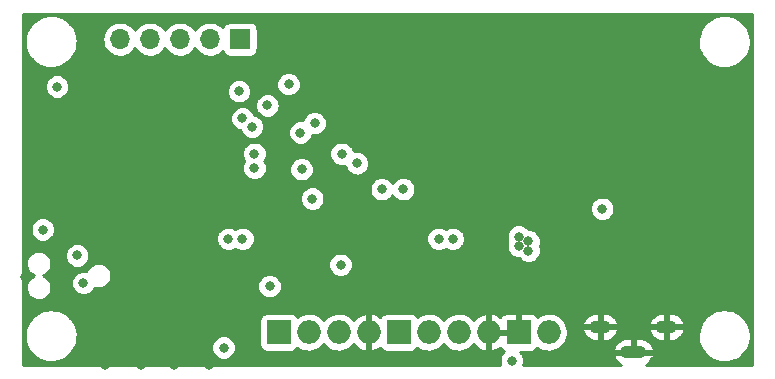
<source format=gbr>
G04 #@! TF.GenerationSoftware,KiCad,Pcbnew,5.99.0-unknown-acdfeee~88~ubuntu18.04.1*
G04 #@! TF.CreationDate,2020-05-13T21:49:14+03:00*
G04 #@! TF.ProjectId,LoRaNode,4c6f5261-4e6f-4646-952e-6b696361645f,1.1*
G04 #@! TF.SameCoordinates,Original*
G04 #@! TF.FileFunction,Copper,L2,Inr*
G04 #@! TF.FilePolarity,Positive*
%FSLAX46Y46*%
G04 Gerber Fmt 4.6, Leading zero omitted, Abs format (unit mm)*
G04 Created by KiCad (PCBNEW 5.99.0-unknown-acdfeee~88~ubuntu18.04.1) date 2020-05-13 21:49:14*
%MOMM*%
%LPD*%
G01*
G04 APERTURE LIST*
G04 #@! TA.AperFunction,ViaPad*
%ADD10R,1.700000X1.700000*%
G04 #@! TD*
G04 #@! TA.AperFunction,ViaPad*
%ADD11O,1.700000X1.700000*%
G04 #@! TD*
G04 #@! TA.AperFunction,ViaPad*
%ADD12O,1.998980X1.998980*%
G04 #@! TD*
G04 #@! TA.AperFunction,ViaPad*
%ADD13R,1.998980X1.998980*%
G04 #@! TD*
G04 #@! TA.AperFunction,ViaPad*
%ADD14O,1.800000X1.100000*%
G04 #@! TD*
G04 #@! TA.AperFunction,ViaPad*
%ADD15O,2.200000X1.100000*%
G04 #@! TD*
G04 #@! TA.AperFunction,ViaPad*
%ADD16C,0.800000*%
G04 #@! TD*
G04 #@! TA.AperFunction,Conductor*
%ADD17C,0.254000*%
G04 #@! TD*
G04 APERTURE END LIST*
D10*
X103980000Y-114800000D03*
D11*
X101440000Y-114800000D03*
X98900000Y-114800000D03*
X96360000Y-114800000D03*
X93820000Y-114800000D03*
D12*
X130120000Y-139600000D03*
D13*
X127580000Y-139600000D03*
D12*
X125040000Y-139600000D03*
D13*
X117420000Y-139600000D03*
D12*
X119960000Y-139600000D03*
X122500000Y-139600000D03*
X114880000Y-139600000D03*
D13*
X107260000Y-139600000D03*
D12*
X109800000Y-139600000D03*
X112340000Y-139600000D03*
D14*
X134500000Y-139150000D03*
X140100000Y-139150000D03*
D15*
X137300000Y-141300000D03*
D16*
X101400000Y-142400000D03*
X101400000Y-140600000D03*
X101400000Y-139600000D03*
X101400000Y-138600000D03*
X101400000Y-137600000D03*
X100400000Y-137600000D03*
X99400000Y-137600000D03*
X92500000Y-140600000D03*
X92500000Y-139600000D03*
X92500000Y-138600000D03*
X92500000Y-137600000D03*
X93500000Y-137600000D03*
X94500000Y-137600000D03*
X110800000Y-126000000D03*
X105199990Y-124500000D03*
X103900000Y-119200000D03*
X98400000Y-137200000D03*
X98400000Y-136100000D03*
X98400000Y-135100000D03*
X98400000Y-134100000D03*
X95600000Y-137200000D03*
X95600000Y-136100000D03*
X95600000Y-135100000D03*
X95600000Y-134100000D03*
X98400000Y-138400000D03*
X98400000Y-139400000D03*
X98400000Y-140400000D03*
X98400000Y-141400000D03*
X98400000Y-142400000D03*
X95600000Y-138400000D03*
X95600000Y-139400000D03*
X95600000Y-140400000D03*
X95600000Y-141400000D03*
X95600000Y-142400000D03*
X92600000Y-142400000D03*
X91000000Y-117000000D03*
X86000000Y-113000000D03*
X86000000Y-118000000D03*
X86000000Y-120000000D03*
X86000000Y-124000000D03*
X86000000Y-126000000D03*
X86000000Y-128000000D03*
X87297038Y-130909703D03*
X85800000Y-134900000D03*
X86000000Y-138000000D03*
X91000000Y-142000000D03*
X107000000Y-142000000D03*
X109000000Y-142000000D03*
X111000000Y-142000000D03*
X113000000Y-142000000D03*
X115000000Y-142000000D03*
X117000000Y-142000000D03*
X119000000Y-142000000D03*
X121000000Y-142000000D03*
X123000000Y-142000000D03*
X125000000Y-142000000D03*
X127000000Y-142000000D03*
X131000000Y-142000000D03*
X129000000Y-142000000D03*
X133000000Y-142000000D03*
X135000000Y-142000000D03*
X139000000Y-142000000D03*
X141000000Y-142000000D03*
X143000000Y-142000000D03*
X147000000Y-138000000D03*
X147000000Y-142000000D03*
X147000000Y-136000000D03*
X147000000Y-134000000D03*
X147000000Y-132000000D03*
X147000000Y-130000000D03*
X147000000Y-128000000D03*
X147000000Y-126000000D03*
X147000000Y-124000000D03*
X147000000Y-122000000D03*
X147000000Y-120000000D03*
X147000000Y-118000000D03*
X147000000Y-113000000D03*
X142000000Y-113000000D03*
X138000000Y-113000000D03*
X133000000Y-113000000D03*
X131000000Y-113000000D03*
X129000000Y-113000000D03*
X127000000Y-113000000D03*
X125000000Y-113000000D03*
X123000000Y-113000000D03*
X121000000Y-113000000D03*
X119000000Y-113000000D03*
X117000000Y-113000000D03*
X115000000Y-113000000D03*
X113000000Y-113000000D03*
X111000000Y-113000000D03*
X109000000Y-113000000D03*
X107000000Y-113000000D03*
X105000000Y-113000000D03*
X103000000Y-113000000D03*
X101000000Y-113000000D03*
X99000000Y-113000000D03*
X97000000Y-113000000D03*
X95000000Y-113000000D03*
X93000000Y-113000000D03*
X91000000Y-113000000D03*
X113900000Y-125300000D03*
X117800000Y-127500000D03*
X106300000Y-120400000D03*
X108100000Y-118600000D03*
X105000000Y-122200000D03*
X104200000Y-121500000D03*
X105200000Y-125700000D03*
X138300000Y-126800000D03*
X134000000Y-126100000D03*
X110300000Y-121900000D03*
X109100000Y-122700010D03*
X137300009Y-135773539D03*
X92043750Y-118812500D03*
X90200000Y-133100000D03*
X90730000Y-135435000D03*
X88500000Y-118800000D03*
X93500000Y-121200000D03*
X119900000Y-124100000D03*
X112600000Y-124500000D03*
X116000000Y-127500000D03*
X106400000Y-133600000D03*
X103000000Y-131700000D03*
X122000000Y-131700000D03*
X120800000Y-131700000D03*
X104200000Y-131700000D03*
X116300000Y-131100000D03*
X117800000Y-131100000D03*
X120600000Y-136500000D03*
X106500000Y-135700000D03*
X112500000Y-133900000D03*
X111000000Y-137800000D03*
X111000000Y-136700000D03*
X98200000Y-131700000D03*
X95700000Y-131700000D03*
X92500000Y-131900000D03*
X93600000Y-129600000D03*
X108500000Y-121100000D03*
X108500000Y-119900000D03*
X106400000Y-129500000D03*
X110100000Y-128300000D03*
X109200000Y-131000000D03*
X131565485Y-130250010D03*
X134650000Y-129150000D03*
X109200000Y-125800021D03*
X102600000Y-140900000D03*
X128400000Y-132700000D03*
X128400000Y-131900000D03*
X127600000Y-132300000D03*
X127600000Y-131500000D03*
X133800000Y-131600000D03*
X134200000Y-130400000D03*
X131600000Y-131000000D03*
G36*
X147366000Y-142366000D02*
G01*
X138367224Y-142366000D01*
X138502915Y-142293852D01*
X138513181Y-142287032D01*
X138683521Y-142148106D01*
X138692266Y-142139422D01*
X138832379Y-141970056D01*
X138839271Y-141959838D01*
X138943817Y-141766483D01*
X138948593Y-141755121D01*
X139018138Y-141530459D01*
X138942599Y-141428000D01*
X135658742Y-141428000D01*
X135583150Y-141529046D01*
X135645159Y-141739738D01*
X135649776Y-141751165D01*
X135751613Y-141945962D01*
X135758362Y-141956275D01*
X135896096Y-142127580D01*
X135904719Y-142136385D01*
X136073102Y-142277677D01*
X136083272Y-142284640D01*
X136231266Y-142366000D01*
X127974476Y-142366000D01*
X128033844Y-142144438D01*
X128036000Y-142128062D01*
X128036000Y-141871938D01*
X128033844Y-141855562D01*
X127967554Y-141608165D01*
X127961233Y-141592905D01*
X127833171Y-141371095D01*
X127823116Y-141357991D01*
X127706452Y-141241327D01*
X128587748Y-141241327D01*
X128604124Y-141239171D01*
X128883349Y-141164353D01*
X128907829Y-141151610D01*
X129064080Y-141020500D01*
X129078251Y-141003611D01*
X129134775Y-140905709D01*
X129166785Y-140932569D01*
X129175035Y-140938432D01*
X129392098Y-141067828D01*
X129401180Y-141072297D01*
X129636141Y-141165325D01*
X129645820Y-141168284D01*
X129892631Y-141222548D01*
X129902659Y-141223922D01*
X130154970Y-141238029D01*
X130165089Y-141237782D01*
X130416411Y-141211367D01*
X130426360Y-141209505D01*
X130670225Y-141143247D01*
X130679747Y-141139819D01*
X130834675Y-141069541D01*
X135581862Y-141069541D01*
X135657401Y-141172000D01*
X137098191Y-141172000D01*
X137172000Y-141098191D01*
X137172000Y-140189809D01*
X137428000Y-140189809D01*
X137428000Y-141098191D01*
X137501809Y-141172000D01*
X138941258Y-141172000D01*
X139016850Y-141070954D01*
X138954841Y-140860262D01*
X138950224Y-140848835D01*
X138848387Y-140654038D01*
X138841638Y-140643725D01*
X138703904Y-140472420D01*
X138695281Y-140463615D01*
X138526898Y-140322323D01*
X138516728Y-140315360D01*
X138324108Y-140209467D01*
X138312780Y-140204611D01*
X138103050Y-140138081D01*
X138090554Y-140135470D01*
X137908592Y-140116345D01*
X137902002Y-140116000D01*
X137501809Y-140116000D01*
X137428000Y-140189809D01*
X137172000Y-140189809D01*
X137098191Y-140116000D01*
X136694714Y-140116000D01*
X136688562Y-140116301D01*
X136525077Y-140132331D01*
X136512987Y-140134725D01*
X136302559Y-140198257D01*
X136291165Y-140202954D01*
X136097085Y-140306148D01*
X136086819Y-140312968D01*
X135916479Y-140451894D01*
X135907734Y-140460578D01*
X135767621Y-140629944D01*
X135760729Y-140640162D01*
X135656183Y-140833517D01*
X135651407Y-140844879D01*
X135581862Y-141069541D01*
X130834675Y-141069541D01*
X130909883Y-141035426D01*
X130918735Y-141030519D01*
X131129220Y-140890672D01*
X131137173Y-140884413D01*
X131322592Y-140712715D01*
X131329443Y-140705264D01*
X131485024Y-140506130D01*
X131490596Y-140497680D01*
X131612338Y-140276231D01*
X131616487Y-140266999D01*
X131701257Y-140028935D01*
X131703876Y-140019159D01*
X131749555Y-139770280D01*
X131750589Y-139759547D01*
X131753572Y-139474636D01*
X131752763Y-139463885D01*
X131739023Y-139379046D01*
X132983150Y-139379046D01*
X133045159Y-139589738D01*
X133049776Y-139601165D01*
X133151613Y-139795962D01*
X133158362Y-139806275D01*
X133296096Y-139977580D01*
X133304719Y-139986385D01*
X133473102Y-140127677D01*
X133483272Y-140134640D01*
X133675892Y-140240533D01*
X133687220Y-140245389D01*
X133896950Y-140311919D01*
X133909446Y-140314530D01*
X134091408Y-140333655D01*
X134097998Y-140334000D01*
X134298191Y-140334000D01*
X134372000Y-140260191D01*
X134372000Y-139351809D01*
X134628000Y-139351809D01*
X134628000Y-140260191D01*
X134701809Y-140334000D01*
X134905286Y-140334000D01*
X134911438Y-140333699D01*
X135074923Y-140317669D01*
X135087013Y-140315275D01*
X135297441Y-140251743D01*
X135308835Y-140247046D01*
X135502915Y-140143852D01*
X135513181Y-140137032D01*
X135683521Y-139998106D01*
X135692266Y-139989422D01*
X135832379Y-139820056D01*
X135839271Y-139809838D01*
X135943817Y-139616483D01*
X135948593Y-139605121D01*
X136018138Y-139380459D01*
X136017097Y-139379046D01*
X138583150Y-139379046D01*
X138645159Y-139589738D01*
X138649776Y-139601165D01*
X138751613Y-139795962D01*
X138758362Y-139806275D01*
X138896096Y-139977580D01*
X138904719Y-139986385D01*
X139073102Y-140127677D01*
X139083272Y-140134640D01*
X139275892Y-140240533D01*
X139287220Y-140245389D01*
X139496950Y-140311919D01*
X139509446Y-140314530D01*
X139691408Y-140333655D01*
X139697998Y-140334000D01*
X139898191Y-140334000D01*
X139972000Y-140260191D01*
X139972000Y-139351809D01*
X140228000Y-139351809D01*
X140228000Y-140260191D01*
X140301809Y-140334000D01*
X140505286Y-140334000D01*
X140511438Y-140333699D01*
X140674923Y-140317669D01*
X140687013Y-140315275D01*
X140897441Y-140251743D01*
X140908835Y-140247046D01*
X141102915Y-140143852D01*
X141113181Y-140137032D01*
X141251038Y-140024598D01*
X142764541Y-140024598D01*
X142765035Y-140033164D01*
X142802133Y-140326832D01*
X142803785Y-140335252D01*
X142880397Y-140621168D01*
X142883176Y-140629285D01*
X142997881Y-140902159D01*
X143001736Y-140909824D01*
X143152413Y-141164606D01*
X143157273Y-141171677D01*
X143341134Y-141403652D01*
X143346909Y-141409998D01*
X143560551Y-141614873D01*
X143567133Y-141620377D01*
X143806605Y-141794363D01*
X143813873Y-141798922D01*
X144074740Y-141938798D01*
X144082560Y-141942329D01*
X144359998Y-142045507D01*
X144368224Y-142047944D01*
X144657098Y-142112514D01*
X144665579Y-142113812D01*
X144960543Y-142138581D01*
X144969122Y-142138716D01*
X145264718Y-142123225D01*
X145273236Y-142122194D01*
X145563996Y-142066728D01*
X145572295Y-142064551D01*
X145852836Y-141970138D01*
X145860762Y-141966855D01*
X146125895Y-141835242D01*
X146133303Y-141830914D01*
X146378121Y-141664536D01*
X146384873Y-141659242D01*
X146604846Y-141461178D01*
X146610816Y-141455016D01*
X146801873Y-141228930D01*
X146806953Y-141222015D01*
X146965559Y-140972093D01*
X146969653Y-140964553D01*
X147092873Y-140695417D01*
X147095905Y-140687391D01*
X147181459Y-140404022D01*
X147183375Y-140395659D01*
X147229731Y-140102974D01*
X147230505Y-140093766D01*
X147234073Y-139752988D01*
X147233493Y-139743766D01*
X147193276Y-139450176D01*
X147191536Y-139441774D01*
X147111936Y-139156675D01*
X147109072Y-139148588D01*
X146991515Y-138876930D01*
X146987580Y-138869306D01*
X146834243Y-138616116D01*
X146829309Y-138609096D01*
X146643029Y-138379060D01*
X146637188Y-138372775D01*
X146421412Y-138170147D01*
X146414772Y-138164713D01*
X146173493Y-137993244D01*
X146166177Y-137988761D01*
X145903859Y-137851625D01*
X145896003Y-137848176D01*
X145617500Y-137747909D01*
X145609248Y-137745558D01*
X145319715Y-137684016D01*
X145311220Y-137682807D01*
X145016013Y-137661128D01*
X145007433Y-137661083D01*
X144712015Y-137679669D01*
X144703508Y-137680789D01*
X144413346Y-137739297D01*
X144405070Y-137741561D01*
X144125533Y-137838905D01*
X144117641Y-137842272D01*
X143853901Y-137976654D01*
X143846539Y-137981060D01*
X143603476Y-138149992D01*
X143596781Y-138155357D01*
X143378894Y-138355713D01*
X143372988Y-138361937D01*
X143184309Y-138590011D01*
X143179302Y-138596979D01*
X143023323Y-138848549D01*
X143019308Y-138856131D01*
X142898912Y-139126543D01*
X142895964Y-139134601D01*
X142813382Y-139418850D01*
X142811554Y-139427233D01*
X142768313Y-139720059D01*
X142767640Y-139728613D01*
X142764541Y-140024598D01*
X141251038Y-140024598D01*
X141283521Y-139998106D01*
X141292266Y-139989422D01*
X141432379Y-139820056D01*
X141439271Y-139809838D01*
X141543817Y-139616483D01*
X141548593Y-139605121D01*
X141618138Y-139380459D01*
X141542599Y-139278000D01*
X140301809Y-139278000D01*
X140228000Y-139351809D01*
X139972000Y-139351809D01*
X139898191Y-139278000D01*
X138658742Y-139278000D01*
X138583150Y-139379046D01*
X136017097Y-139379046D01*
X135942599Y-139278000D01*
X134701809Y-139278000D01*
X134628000Y-139351809D01*
X134372000Y-139351809D01*
X134298191Y-139278000D01*
X133058742Y-139278000D01*
X132983150Y-139379046D01*
X131739023Y-139379046D01*
X131712308Y-139214103D01*
X131709894Y-139204273D01*
X131630127Y-138964487D01*
X131626172Y-138955170D01*
X131607546Y-138919541D01*
X132981862Y-138919541D01*
X133057401Y-139022000D01*
X134298191Y-139022000D01*
X134372000Y-138948191D01*
X134372000Y-138039809D01*
X134628000Y-138039809D01*
X134628000Y-138948191D01*
X134701809Y-139022000D01*
X135941258Y-139022000D01*
X136016850Y-138920954D01*
X136016435Y-138919541D01*
X138581862Y-138919541D01*
X138657401Y-139022000D01*
X139898191Y-139022000D01*
X139972000Y-138948191D01*
X139972000Y-138039809D01*
X140228000Y-138039809D01*
X140228000Y-138948191D01*
X140301809Y-139022000D01*
X141541258Y-139022000D01*
X141616850Y-138920954D01*
X141554841Y-138710262D01*
X141550224Y-138698835D01*
X141448387Y-138504038D01*
X141441638Y-138493725D01*
X141303904Y-138322420D01*
X141295281Y-138313615D01*
X141126898Y-138172323D01*
X141116728Y-138165360D01*
X140924108Y-138059467D01*
X140912780Y-138054611D01*
X140703050Y-137988081D01*
X140690554Y-137985470D01*
X140508592Y-137966345D01*
X140502002Y-137966000D01*
X140301809Y-137966000D01*
X140228000Y-138039809D01*
X139972000Y-138039809D01*
X139898191Y-137966000D01*
X139694714Y-137966000D01*
X139688562Y-137966301D01*
X139525077Y-137982331D01*
X139512987Y-137984725D01*
X139302559Y-138048257D01*
X139291165Y-138052954D01*
X139097085Y-138156148D01*
X139086819Y-138162968D01*
X138916479Y-138301894D01*
X138907734Y-138310578D01*
X138767621Y-138479944D01*
X138760729Y-138490162D01*
X138656183Y-138683517D01*
X138651407Y-138694879D01*
X138581862Y-138919541D01*
X136016435Y-138919541D01*
X135954841Y-138710262D01*
X135950224Y-138698835D01*
X135848387Y-138504038D01*
X135841638Y-138493725D01*
X135703904Y-138322420D01*
X135695281Y-138313615D01*
X135526898Y-138172323D01*
X135516728Y-138165360D01*
X135324108Y-138059467D01*
X135312780Y-138054611D01*
X135103050Y-137988081D01*
X135090554Y-137985470D01*
X134908592Y-137966345D01*
X134902002Y-137966000D01*
X134701809Y-137966000D01*
X134628000Y-138039809D01*
X134372000Y-138039809D01*
X134298191Y-137966000D01*
X134094714Y-137966000D01*
X134088562Y-137966301D01*
X133925077Y-137982331D01*
X133912987Y-137984725D01*
X133702559Y-138048257D01*
X133691165Y-138052954D01*
X133497085Y-138156148D01*
X133486819Y-138162968D01*
X133316479Y-138301894D01*
X133307734Y-138310578D01*
X133167621Y-138479944D01*
X133160729Y-138490162D01*
X133056183Y-138683517D01*
X133051407Y-138694879D01*
X132981862Y-138919541D01*
X131607546Y-138919541D01*
X131509094Y-138731221D01*
X131503701Y-138722656D01*
X131352324Y-138520307D01*
X131345631Y-138512715D01*
X131163850Y-138337170D01*
X131156028Y-138330745D01*
X130948518Y-138186523D01*
X130939771Y-138181432D01*
X130711873Y-138072241D01*
X130702424Y-138068614D01*
X130459999Y-137997265D01*
X130450092Y-137995195D01*
X130199378Y-137963522D01*
X130189267Y-137963063D01*
X129936715Y-137971882D01*
X129926661Y-137973046D01*
X129678767Y-138022130D01*
X129669028Y-138024886D01*
X129432171Y-138112973D01*
X129422999Y-138117250D01*
X129203271Y-138242071D01*
X129194900Y-138247760D01*
X129141325Y-138290836D01*
X129131610Y-138272172D01*
X129000500Y-138115920D01*
X128983611Y-138101749D01*
X128809370Y-138001151D01*
X128788653Y-137993610D01*
X128595952Y-137959632D01*
X128584991Y-137958673D01*
X127781809Y-137958673D01*
X127708000Y-138032482D01*
X127708000Y-139728000D01*
X126032510Y-139728000D01*
X125241809Y-139727999D01*
X125168000Y-139801808D01*
X125167999Y-141145228D01*
X125251377Y-141220303D01*
X125336409Y-141211367D01*
X125346359Y-141209505D01*
X125590225Y-141143247D01*
X125599747Y-141139819D01*
X125829883Y-141035426D01*
X125838735Y-141030519D01*
X126019371Y-140910504D01*
X126028390Y-140927829D01*
X126159500Y-141084080D01*
X126176389Y-141098251D01*
X126341371Y-141193504D01*
X126176884Y-141357991D01*
X126166829Y-141371095D01*
X126038767Y-141592905D01*
X126032446Y-141608165D01*
X125966156Y-141855562D01*
X125964000Y-141871938D01*
X125964000Y-142128062D01*
X125966156Y-142144438D01*
X126025524Y-142366000D01*
X85634000Y-142366000D01*
X85634000Y-140024598D01*
X85764541Y-140024598D01*
X85765035Y-140033164D01*
X85802133Y-140326832D01*
X85803785Y-140335252D01*
X85880397Y-140621168D01*
X85883176Y-140629285D01*
X85997881Y-140902159D01*
X86001736Y-140909824D01*
X86152413Y-141164606D01*
X86157273Y-141171677D01*
X86341134Y-141403652D01*
X86346909Y-141409998D01*
X86560551Y-141614873D01*
X86567133Y-141620377D01*
X86806605Y-141794363D01*
X86813873Y-141798922D01*
X87074740Y-141938798D01*
X87082560Y-141942329D01*
X87359998Y-142045507D01*
X87368224Y-142047944D01*
X87657098Y-142112514D01*
X87665579Y-142113812D01*
X87960543Y-142138581D01*
X87969122Y-142138716D01*
X88264718Y-142123225D01*
X88273236Y-142122194D01*
X88563996Y-142066728D01*
X88572295Y-142064551D01*
X88852836Y-141970138D01*
X88860762Y-141966855D01*
X89125895Y-141835242D01*
X89133303Y-141830914D01*
X89378121Y-141664536D01*
X89384873Y-141659242D01*
X89604846Y-141461178D01*
X89610816Y-141455016D01*
X89801873Y-141228930D01*
X89806953Y-141222015D01*
X89965559Y-140972093D01*
X89969653Y-140964553D01*
X90057838Y-140771938D01*
X101564000Y-140771938D01*
X101564000Y-141028062D01*
X101566156Y-141044438D01*
X101632446Y-141291835D01*
X101638767Y-141307095D01*
X101766829Y-141528905D01*
X101776884Y-141542009D01*
X101957991Y-141723116D01*
X101971095Y-141733171D01*
X102192905Y-141861233D01*
X102208165Y-141867554D01*
X102455562Y-141933844D01*
X102471938Y-141936000D01*
X102728062Y-141936000D01*
X102744438Y-141933844D01*
X102991835Y-141867554D01*
X103007095Y-141861233D01*
X103228905Y-141733171D01*
X103242009Y-141723116D01*
X103423116Y-141542009D01*
X103433171Y-141528905D01*
X103561233Y-141307095D01*
X103567554Y-141291835D01*
X103633844Y-141044438D01*
X103636000Y-141028062D01*
X103636000Y-140771938D01*
X103633844Y-140755562D01*
X103567554Y-140508165D01*
X103561233Y-140492905D01*
X103433171Y-140271095D01*
X103423116Y-140257991D01*
X103242009Y-140076884D01*
X103228905Y-140066829D01*
X103007095Y-139938767D01*
X102991835Y-139932446D01*
X102744438Y-139866156D01*
X102728062Y-139864000D01*
X102471938Y-139864000D01*
X102455562Y-139866156D01*
X102208165Y-139932446D01*
X102192905Y-139938767D01*
X101971095Y-140066829D01*
X101957991Y-140076884D01*
X101776884Y-140257991D01*
X101766829Y-140271095D01*
X101638767Y-140492905D01*
X101632446Y-140508165D01*
X101566156Y-140755562D01*
X101564000Y-140771938D01*
X90057838Y-140771938D01*
X90092873Y-140695417D01*
X90095905Y-140687391D01*
X90181459Y-140404022D01*
X90183375Y-140395659D01*
X90229731Y-140102974D01*
X90230505Y-140093766D01*
X90234073Y-139752988D01*
X90233493Y-139743766D01*
X90193276Y-139450176D01*
X90191536Y-139441774D01*
X90111936Y-139156675D01*
X90109072Y-139148588D01*
X89991515Y-138876930D01*
X89987580Y-138869306D01*
X89834243Y-138616116D01*
X89829309Y-138609096D01*
X89817902Y-138595009D01*
X105618673Y-138595009D01*
X105618673Y-140607748D01*
X105620829Y-140624124D01*
X105695647Y-140903349D01*
X105708390Y-140927829D01*
X105839500Y-141084080D01*
X105856389Y-141098251D01*
X106030630Y-141198849D01*
X106051347Y-141206390D01*
X106244048Y-141240368D01*
X106255009Y-141241327D01*
X108267748Y-141241327D01*
X108284124Y-141239171D01*
X108563349Y-141164353D01*
X108587829Y-141151610D01*
X108744080Y-141020500D01*
X108758251Y-141003611D01*
X108814775Y-140905709D01*
X108846785Y-140932569D01*
X108855035Y-140938432D01*
X109072098Y-141067828D01*
X109081180Y-141072297D01*
X109316141Y-141165325D01*
X109325820Y-141168284D01*
X109572631Y-141222548D01*
X109582659Y-141223922D01*
X109834970Y-141238029D01*
X109845089Y-141237782D01*
X110096411Y-141211367D01*
X110106360Y-141209505D01*
X110350225Y-141143247D01*
X110359747Y-141139819D01*
X110589883Y-141035426D01*
X110598735Y-141030519D01*
X110809220Y-140890672D01*
X110817173Y-140884413D01*
X111002592Y-140712715D01*
X111009443Y-140705264D01*
X111069634Y-140628222D01*
X111185993Y-140763026D01*
X111193200Y-140770133D01*
X111386785Y-140932569D01*
X111395035Y-140938432D01*
X111612098Y-141067828D01*
X111621180Y-141072297D01*
X111856141Y-141165325D01*
X111865820Y-141168284D01*
X112112631Y-141222548D01*
X112122659Y-141223922D01*
X112374970Y-141238029D01*
X112385089Y-141237782D01*
X112636411Y-141211367D01*
X112646360Y-141209505D01*
X112890225Y-141143247D01*
X112899747Y-141139819D01*
X113129883Y-141035426D01*
X113138735Y-141030519D01*
X113349220Y-140890672D01*
X113357173Y-140884413D01*
X113542592Y-140712715D01*
X113549443Y-140705264D01*
X113609634Y-140628222D01*
X113725993Y-140763026D01*
X113733200Y-140770133D01*
X113926785Y-140932569D01*
X113935035Y-140938432D01*
X114152098Y-141067828D01*
X114161180Y-141072297D01*
X114396141Y-141165325D01*
X114405820Y-141168284D01*
X114657904Y-141223708D01*
X114752000Y-141148053D01*
X114752001Y-139801808D01*
X114752000Y-139801807D01*
X114752000Y-139398192D01*
X115007999Y-139398192D01*
X115008000Y-139398193D01*
X115007999Y-141145228D01*
X115091377Y-141220303D01*
X115176409Y-141211367D01*
X115186359Y-141209505D01*
X115430225Y-141143247D01*
X115439747Y-141139819D01*
X115669883Y-141035426D01*
X115678735Y-141030519D01*
X115859371Y-140910504D01*
X115868390Y-140927829D01*
X115999500Y-141084080D01*
X116016389Y-141098251D01*
X116190630Y-141198849D01*
X116211347Y-141206390D01*
X116404048Y-141240368D01*
X116415009Y-141241327D01*
X118427748Y-141241327D01*
X118444124Y-141239171D01*
X118723349Y-141164353D01*
X118747829Y-141151610D01*
X118904080Y-141020500D01*
X118918251Y-141003611D01*
X118974775Y-140905709D01*
X119006785Y-140932569D01*
X119015035Y-140938432D01*
X119232098Y-141067828D01*
X119241180Y-141072297D01*
X119476141Y-141165325D01*
X119485820Y-141168284D01*
X119732631Y-141222548D01*
X119742659Y-141223922D01*
X119994970Y-141238029D01*
X120005089Y-141237782D01*
X120256411Y-141211367D01*
X120266360Y-141209505D01*
X120510225Y-141143247D01*
X120519747Y-141139819D01*
X120749883Y-141035426D01*
X120758735Y-141030519D01*
X120969220Y-140890672D01*
X120977173Y-140884413D01*
X121162592Y-140712715D01*
X121169443Y-140705264D01*
X121229634Y-140628222D01*
X121345993Y-140763026D01*
X121353200Y-140770133D01*
X121546785Y-140932569D01*
X121555035Y-140938432D01*
X121772098Y-141067828D01*
X121781180Y-141072297D01*
X122016141Y-141165325D01*
X122025820Y-141168284D01*
X122272631Y-141222548D01*
X122282659Y-141223922D01*
X122534970Y-141238029D01*
X122545089Y-141237782D01*
X122796411Y-141211367D01*
X122806360Y-141209505D01*
X123050225Y-141143247D01*
X123059747Y-141139819D01*
X123289883Y-141035426D01*
X123298735Y-141030519D01*
X123509220Y-140890672D01*
X123517173Y-140884413D01*
X123702592Y-140712715D01*
X123709443Y-140705264D01*
X123769634Y-140628222D01*
X123885993Y-140763026D01*
X123893200Y-140770133D01*
X124086785Y-140932569D01*
X124095035Y-140938432D01*
X124312098Y-141067828D01*
X124321180Y-141072297D01*
X124556141Y-141165325D01*
X124565820Y-141168284D01*
X124817904Y-141223708D01*
X124912000Y-141148053D01*
X124912001Y-139801808D01*
X124912000Y-139801807D01*
X124912000Y-139398191D01*
X125167999Y-139398191D01*
X125241808Y-139472000D01*
X126084701Y-139472001D01*
X126084702Y-139472000D01*
X127378191Y-139472000D01*
X127452000Y-139398191D01*
X127452000Y-138032482D01*
X127378191Y-137958673D01*
X126572252Y-137958673D01*
X126555876Y-137960829D01*
X126276652Y-138035647D01*
X126252172Y-138048390D01*
X126095920Y-138179500D01*
X126081749Y-138196389D01*
X126024753Y-138295108D01*
X125868518Y-138186523D01*
X125859771Y-138181432D01*
X125631873Y-138072241D01*
X125622424Y-138068614D01*
X125379999Y-137997265D01*
X125370091Y-137995195D01*
X125253349Y-137980447D01*
X125168000Y-138055693D01*
X125167999Y-139398191D01*
X124912000Y-139398191D01*
X124912001Y-138053943D01*
X124819953Y-137978334D01*
X124598767Y-138022130D01*
X124589028Y-138024886D01*
X124352171Y-138112973D01*
X124342999Y-138117250D01*
X124123271Y-138242071D01*
X124114900Y-138247760D01*
X123917957Y-138406108D01*
X123910603Y-138413062D01*
X123769406Y-138569876D01*
X123732324Y-138520307D01*
X123725631Y-138512715D01*
X123543850Y-138337170D01*
X123536028Y-138330745D01*
X123328518Y-138186523D01*
X123319771Y-138181432D01*
X123091873Y-138072241D01*
X123082424Y-138068614D01*
X122839999Y-137997265D01*
X122830092Y-137995195D01*
X122579378Y-137963522D01*
X122569267Y-137963063D01*
X122316715Y-137971882D01*
X122306661Y-137973046D01*
X122058767Y-138022130D01*
X122049028Y-138024886D01*
X121812171Y-138112973D01*
X121802999Y-138117250D01*
X121583271Y-138242071D01*
X121574900Y-138247760D01*
X121377957Y-138406108D01*
X121370603Y-138413062D01*
X121229406Y-138569876D01*
X121192324Y-138520307D01*
X121185631Y-138512715D01*
X121003850Y-138337170D01*
X120996028Y-138330745D01*
X120788518Y-138186523D01*
X120779771Y-138181432D01*
X120551873Y-138072241D01*
X120542424Y-138068614D01*
X120299999Y-137997265D01*
X120290092Y-137995195D01*
X120039378Y-137963522D01*
X120029267Y-137963063D01*
X119776715Y-137971882D01*
X119766661Y-137973046D01*
X119518767Y-138022130D01*
X119509028Y-138024886D01*
X119272171Y-138112973D01*
X119262999Y-138117250D01*
X119043271Y-138242071D01*
X119034900Y-138247760D01*
X118981325Y-138290836D01*
X118971610Y-138272172D01*
X118840500Y-138115920D01*
X118823611Y-138101749D01*
X118649370Y-138001151D01*
X118628653Y-137993610D01*
X118435952Y-137959632D01*
X118424991Y-137958673D01*
X116412252Y-137958673D01*
X116395876Y-137960829D01*
X116116652Y-138035647D01*
X116092172Y-138048390D01*
X115935920Y-138179500D01*
X115921749Y-138196389D01*
X115864753Y-138295108D01*
X115708518Y-138186523D01*
X115699771Y-138181432D01*
X115471873Y-138072241D01*
X115462424Y-138068614D01*
X115219999Y-137997265D01*
X115210091Y-137995195D01*
X115093349Y-137980447D01*
X115008000Y-138055693D01*
X115007999Y-139398192D01*
X114752000Y-139398192D01*
X114752001Y-138053943D01*
X114659953Y-137978334D01*
X114438767Y-138022130D01*
X114429028Y-138024886D01*
X114192171Y-138112973D01*
X114182999Y-138117250D01*
X113963271Y-138242071D01*
X113954900Y-138247760D01*
X113757957Y-138406108D01*
X113750603Y-138413062D01*
X113609406Y-138569876D01*
X113572324Y-138520307D01*
X113565631Y-138512715D01*
X113383850Y-138337170D01*
X113376028Y-138330745D01*
X113168518Y-138186523D01*
X113159771Y-138181432D01*
X112931873Y-138072241D01*
X112922424Y-138068614D01*
X112679999Y-137997265D01*
X112670092Y-137995195D01*
X112419378Y-137963522D01*
X112409267Y-137963063D01*
X112156715Y-137971882D01*
X112146661Y-137973046D01*
X111898767Y-138022130D01*
X111889028Y-138024886D01*
X111652171Y-138112973D01*
X111642999Y-138117250D01*
X111423271Y-138242071D01*
X111414900Y-138247760D01*
X111217957Y-138406108D01*
X111210603Y-138413062D01*
X111069406Y-138569876D01*
X111032324Y-138520307D01*
X111025631Y-138512715D01*
X110843850Y-138337170D01*
X110836028Y-138330745D01*
X110628518Y-138186523D01*
X110619771Y-138181432D01*
X110391873Y-138072241D01*
X110382424Y-138068614D01*
X110139999Y-137997265D01*
X110130092Y-137995195D01*
X109879378Y-137963522D01*
X109869267Y-137963063D01*
X109616715Y-137971882D01*
X109606661Y-137973046D01*
X109358767Y-138022130D01*
X109349028Y-138024886D01*
X109112171Y-138112973D01*
X109102999Y-138117250D01*
X108883271Y-138242071D01*
X108874900Y-138247760D01*
X108821325Y-138290836D01*
X108811610Y-138272172D01*
X108680500Y-138115920D01*
X108663611Y-138101749D01*
X108489370Y-138001151D01*
X108468653Y-137993610D01*
X108275952Y-137959632D01*
X108264991Y-137958673D01*
X106252252Y-137958673D01*
X106235876Y-137960829D01*
X105956652Y-138035647D01*
X105932172Y-138048390D01*
X105775920Y-138179500D01*
X105761749Y-138196389D01*
X105661151Y-138370630D01*
X105653610Y-138391347D01*
X105619632Y-138584048D01*
X105618673Y-138595009D01*
X89817902Y-138595009D01*
X89643029Y-138379060D01*
X89637188Y-138372775D01*
X89421412Y-138170147D01*
X89414772Y-138164713D01*
X89173493Y-137993244D01*
X89166177Y-137988761D01*
X88903859Y-137851625D01*
X88896003Y-137848176D01*
X88617500Y-137747909D01*
X88609248Y-137745558D01*
X88319715Y-137684016D01*
X88311220Y-137682807D01*
X88016013Y-137661128D01*
X88007433Y-137661083D01*
X87712015Y-137679669D01*
X87703508Y-137680789D01*
X87413346Y-137739297D01*
X87405070Y-137741561D01*
X87125533Y-137838905D01*
X87117641Y-137842272D01*
X86853901Y-137976654D01*
X86846539Y-137981060D01*
X86603476Y-138149992D01*
X86596781Y-138155357D01*
X86378894Y-138355713D01*
X86372988Y-138361937D01*
X86184309Y-138590011D01*
X86179302Y-138596979D01*
X86023323Y-138848549D01*
X86019308Y-138856131D01*
X85898912Y-139126543D01*
X85895964Y-139134601D01*
X85813382Y-139418850D01*
X85811554Y-139427233D01*
X85768313Y-139720059D01*
X85767640Y-139728613D01*
X85764541Y-140024598D01*
X85634000Y-140024598D01*
X85634000Y-133786601D01*
X85836572Y-133786601D01*
X85856701Y-133991888D01*
X85859224Y-134004402D01*
X85920220Y-134201448D01*
X85925208Y-134213198D01*
X86024579Y-134393954D01*
X86031828Y-134404462D01*
X86165517Y-134561546D01*
X86174731Y-134570382D01*
X86337275Y-134697374D01*
X86348077Y-134704176D01*
X86532836Y-134795893D01*
X86543780Y-134800006D01*
X86539909Y-134801430D01*
X86354514Y-134891853D01*
X86343665Y-134898580D01*
X86180239Y-135024435D01*
X86170963Y-135033206D01*
X86036182Y-135189352D01*
X86028860Y-135199809D01*
X85928229Y-135379868D01*
X85923159Y-135391583D01*
X85860789Y-135588198D01*
X85858178Y-135600694D01*
X85836617Y-135805835D01*
X85836572Y-135818601D01*
X85856701Y-136023888D01*
X85859224Y-136036402D01*
X85920220Y-136233448D01*
X85925208Y-136245198D01*
X86024579Y-136425954D01*
X86031828Y-136436462D01*
X86165517Y-136593546D01*
X86174731Y-136602382D01*
X86337275Y-136729374D01*
X86348077Y-136736176D01*
X86532836Y-136827893D01*
X86544786Y-136832384D01*
X86744213Y-136885075D01*
X86756822Y-136887072D01*
X86962771Y-136898586D01*
X86975523Y-136898007D01*
X87179581Y-136867875D01*
X87191957Y-136864743D01*
X87385788Y-136794194D01*
X87397281Y-136788638D01*
X87572968Y-136680555D01*
X87583109Y-136672802D01*
X87733474Y-136531600D01*
X87741849Y-136521965D01*
X87860751Y-136353412D01*
X87867017Y-136342290D01*
X87949597Y-136153271D01*
X87953500Y-136141116D01*
X87996409Y-135939246D01*
X87997789Y-135926333D01*
X87998533Y-135713194D01*
X87997243Y-135700271D01*
X87955744Y-135498106D01*
X87951927Y-135485925D01*
X87875213Y-135306938D01*
X89694000Y-135306938D01*
X89694000Y-135563062D01*
X89696156Y-135579438D01*
X89762446Y-135826835D01*
X89768767Y-135842095D01*
X89896829Y-136063905D01*
X89906884Y-136077009D01*
X90087991Y-136258116D01*
X90101095Y-136268171D01*
X90322905Y-136396233D01*
X90338165Y-136402554D01*
X90585562Y-136468844D01*
X90601938Y-136471000D01*
X90858062Y-136471000D01*
X90874438Y-136468844D01*
X91121835Y-136402554D01*
X91137095Y-136396233D01*
X91358905Y-136268171D01*
X91372009Y-136258116D01*
X91553116Y-136077009D01*
X91563171Y-136063905D01*
X91691233Y-135842095D01*
X91694278Y-135834745D01*
X91824213Y-135869075D01*
X91836822Y-135871072D01*
X92042771Y-135882586D01*
X92055523Y-135882007D01*
X92259581Y-135851875D01*
X92271957Y-135848743D01*
X92465788Y-135778194D01*
X92477281Y-135772638D01*
X92652968Y-135664555D01*
X92663109Y-135656802D01*
X92753480Y-135571938D01*
X105464000Y-135571938D01*
X105464000Y-135828062D01*
X105466156Y-135844438D01*
X105532446Y-136091835D01*
X105538767Y-136107095D01*
X105666829Y-136328905D01*
X105676884Y-136342009D01*
X105857991Y-136523116D01*
X105871095Y-136533171D01*
X106092905Y-136661233D01*
X106108165Y-136667554D01*
X106355562Y-136733844D01*
X106371938Y-136736000D01*
X106628062Y-136736000D01*
X106644438Y-136733844D01*
X106891835Y-136667554D01*
X106907095Y-136661233D01*
X107128905Y-136533171D01*
X107142009Y-136523116D01*
X107323116Y-136342009D01*
X107333171Y-136328905D01*
X107461233Y-136107095D01*
X107467554Y-136091835D01*
X107533844Y-135844438D01*
X107536000Y-135828062D01*
X107536000Y-135571938D01*
X107533844Y-135555562D01*
X107467554Y-135308165D01*
X107461233Y-135292905D01*
X107333171Y-135071095D01*
X107323116Y-135057991D01*
X107142009Y-134876884D01*
X107128905Y-134866829D01*
X106907095Y-134738767D01*
X106891835Y-134732446D01*
X106644438Y-134666156D01*
X106628062Y-134664000D01*
X106371938Y-134664000D01*
X106355562Y-134666156D01*
X106108165Y-134732446D01*
X106092905Y-134738767D01*
X105871095Y-134866829D01*
X105857991Y-134876884D01*
X105676884Y-135057991D01*
X105666829Y-135071095D01*
X105538767Y-135292905D01*
X105532446Y-135308165D01*
X105466156Y-135555562D01*
X105464000Y-135571938D01*
X92753480Y-135571938D01*
X92813474Y-135515600D01*
X92821849Y-135505965D01*
X92940751Y-135337412D01*
X92947017Y-135326290D01*
X93029597Y-135137271D01*
X93033500Y-135125116D01*
X93076409Y-134923246D01*
X93077789Y-134910333D01*
X93078533Y-134697194D01*
X93077243Y-134684271D01*
X93035744Y-134482106D01*
X93031927Y-134469925D01*
X92950668Y-134280334D01*
X92944479Y-134269168D01*
X92826757Y-134099790D01*
X92818450Y-134090097D01*
X92669075Y-133947849D01*
X92658988Y-133940024D01*
X92484060Y-133830717D01*
X92472605Y-133825081D01*
X92329706Y-133771938D01*
X111464000Y-133771938D01*
X111464000Y-134028062D01*
X111466156Y-134044438D01*
X111532446Y-134291835D01*
X111538767Y-134307095D01*
X111666829Y-134528905D01*
X111676884Y-134542009D01*
X111857991Y-134723116D01*
X111871095Y-134733171D01*
X112092905Y-134861233D01*
X112108165Y-134867554D01*
X112355562Y-134933844D01*
X112371938Y-134936000D01*
X112628062Y-134936000D01*
X112644438Y-134933844D01*
X112891835Y-134867554D01*
X112907095Y-134861233D01*
X113128905Y-134733171D01*
X113142009Y-134723116D01*
X113323116Y-134542009D01*
X113333171Y-134528905D01*
X113461233Y-134307095D01*
X113467554Y-134291835D01*
X113533844Y-134044438D01*
X113536000Y-134028062D01*
X113536000Y-133771938D01*
X113533844Y-133755562D01*
X113467554Y-133508165D01*
X113461233Y-133492905D01*
X113333171Y-133271095D01*
X113323116Y-133257991D01*
X113142009Y-133076884D01*
X113128905Y-133066829D01*
X112907095Y-132938767D01*
X112891835Y-132932446D01*
X112644438Y-132866156D01*
X112628062Y-132864000D01*
X112371938Y-132864000D01*
X112355562Y-132866156D01*
X112108165Y-132932446D01*
X112092905Y-132938767D01*
X111871095Y-133066829D01*
X111857991Y-133076884D01*
X111676884Y-133257991D01*
X111666829Y-133271095D01*
X111538767Y-133492905D01*
X111532446Y-133508165D01*
X111466156Y-133755562D01*
X111464000Y-133771938D01*
X92329706Y-133771938D01*
X92279271Y-133753182D01*
X92266918Y-133749964D01*
X92063076Y-133718407D01*
X92050327Y-133717739D01*
X91844302Y-133727815D01*
X91831680Y-133729724D01*
X91631890Y-133781022D01*
X91619909Y-133785430D01*
X91434514Y-133875853D01*
X91423665Y-133882580D01*
X91260239Y-134008435D01*
X91250963Y-134017206D01*
X91116182Y-134173352D01*
X91108860Y-134183809D01*
X91008229Y-134363868D01*
X91003159Y-134375584D01*
X90985599Y-134430941D01*
X90874438Y-134401156D01*
X90858062Y-134399000D01*
X90601938Y-134399000D01*
X90585562Y-134401156D01*
X90338165Y-134467446D01*
X90322905Y-134473767D01*
X90101095Y-134601829D01*
X90087991Y-134611884D01*
X89906884Y-134792991D01*
X89896829Y-134806095D01*
X89768767Y-135027905D01*
X89762446Y-135043165D01*
X89696156Y-135290562D01*
X89694000Y-135306938D01*
X87875213Y-135306938D01*
X87870668Y-135296334D01*
X87864479Y-135285168D01*
X87746757Y-135115790D01*
X87738450Y-135106097D01*
X87589075Y-134963849D01*
X87578988Y-134956024D01*
X87404060Y-134846717D01*
X87392605Y-134841081D01*
X87282030Y-134799959D01*
X87385788Y-134762194D01*
X87397281Y-134756638D01*
X87572968Y-134648555D01*
X87583109Y-134640802D01*
X87733474Y-134499600D01*
X87741849Y-134489965D01*
X87860751Y-134321412D01*
X87867017Y-134310290D01*
X87949597Y-134121271D01*
X87953500Y-134109116D01*
X87996409Y-133907246D01*
X87997789Y-133894333D01*
X87998533Y-133681194D01*
X87997243Y-133668271D01*
X87955744Y-133466106D01*
X87951927Y-133453925D01*
X87870668Y-133264334D01*
X87864479Y-133253168D01*
X87746757Y-133083790D01*
X87738450Y-133074097D01*
X87631173Y-132971938D01*
X89164000Y-132971938D01*
X89164000Y-133228062D01*
X89166156Y-133244438D01*
X89232446Y-133491835D01*
X89238767Y-133507095D01*
X89366829Y-133728905D01*
X89376884Y-133742009D01*
X89557991Y-133923116D01*
X89571095Y-133933171D01*
X89792905Y-134061233D01*
X89808165Y-134067554D01*
X90055562Y-134133844D01*
X90071938Y-134136000D01*
X90328062Y-134136000D01*
X90344438Y-134133844D01*
X90591835Y-134067554D01*
X90607095Y-134061233D01*
X90828905Y-133933171D01*
X90842009Y-133923116D01*
X91023116Y-133742009D01*
X91033171Y-133728905D01*
X91161233Y-133507095D01*
X91167554Y-133491835D01*
X91233844Y-133244438D01*
X91236000Y-133228062D01*
X91236000Y-132971938D01*
X91233844Y-132955562D01*
X91167554Y-132708165D01*
X91161233Y-132692905D01*
X91033171Y-132471095D01*
X91023116Y-132457991D01*
X90842009Y-132276884D01*
X90828905Y-132266829D01*
X90607095Y-132138767D01*
X90591835Y-132132446D01*
X90344438Y-132066156D01*
X90328062Y-132064000D01*
X90071938Y-132064000D01*
X90055562Y-132066156D01*
X89808165Y-132132446D01*
X89792905Y-132138767D01*
X89571095Y-132266829D01*
X89557991Y-132276884D01*
X89376884Y-132457991D01*
X89366829Y-132471095D01*
X89238767Y-132692905D01*
X89232446Y-132708165D01*
X89166156Y-132955562D01*
X89164000Y-132971938D01*
X87631173Y-132971938D01*
X87589075Y-132931849D01*
X87578988Y-132924024D01*
X87404060Y-132814717D01*
X87392605Y-132809081D01*
X87199271Y-132737182D01*
X87186918Y-132733964D01*
X86983076Y-132702407D01*
X86970327Y-132701739D01*
X86764302Y-132711815D01*
X86751680Y-132713724D01*
X86551890Y-132765022D01*
X86539909Y-132769430D01*
X86354514Y-132859853D01*
X86343665Y-132866580D01*
X86180239Y-132992435D01*
X86170963Y-133001206D01*
X86036182Y-133157352D01*
X86028860Y-133167809D01*
X85928229Y-133347868D01*
X85923159Y-133359583D01*
X85860789Y-133556198D01*
X85858178Y-133568694D01*
X85836617Y-133773835D01*
X85836572Y-133786601D01*
X85634000Y-133786601D01*
X85634000Y-130781641D01*
X86261038Y-130781641D01*
X86261038Y-131037765D01*
X86263194Y-131054141D01*
X86329484Y-131301538D01*
X86335805Y-131316798D01*
X86463867Y-131538608D01*
X86473922Y-131551712D01*
X86655029Y-131732819D01*
X86668133Y-131742874D01*
X86889943Y-131870936D01*
X86905203Y-131877257D01*
X87152600Y-131943547D01*
X87168976Y-131945703D01*
X87425100Y-131945703D01*
X87441476Y-131943547D01*
X87688873Y-131877257D01*
X87704133Y-131870936D01*
X87925943Y-131742874D01*
X87939047Y-131732819D01*
X88099928Y-131571938D01*
X101964000Y-131571938D01*
X101964000Y-131828062D01*
X101966156Y-131844438D01*
X102032446Y-132091835D01*
X102038767Y-132107095D01*
X102166829Y-132328905D01*
X102176884Y-132342009D01*
X102357991Y-132523116D01*
X102371095Y-132533171D01*
X102592905Y-132661233D01*
X102608165Y-132667554D01*
X102855562Y-132733844D01*
X102871938Y-132736000D01*
X103128062Y-132736000D01*
X103144438Y-132733844D01*
X103391835Y-132667554D01*
X103407095Y-132661233D01*
X103600000Y-132549859D01*
X103792905Y-132661233D01*
X103808165Y-132667554D01*
X104055562Y-132733844D01*
X104071938Y-132736000D01*
X104328062Y-132736000D01*
X104344438Y-132733844D01*
X104591835Y-132667554D01*
X104607095Y-132661233D01*
X104828905Y-132533171D01*
X104842009Y-132523116D01*
X105023116Y-132342009D01*
X105033171Y-132328905D01*
X105161233Y-132107095D01*
X105167554Y-132091835D01*
X105233844Y-131844438D01*
X105236000Y-131828062D01*
X105236000Y-131571938D01*
X119764000Y-131571938D01*
X119764000Y-131828062D01*
X119766156Y-131844438D01*
X119832446Y-132091835D01*
X119838767Y-132107095D01*
X119966829Y-132328905D01*
X119976884Y-132342009D01*
X120157991Y-132523116D01*
X120171095Y-132533171D01*
X120392905Y-132661233D01*
X120408165Y-132667554D01*
X120655562Y-132733844D01*
X120671938Y-132736000D01*
X120928062Y-132736000D01*
X120944438Y-132733844D01*
X121191835Y-132667554D01*
X121207095Y-132661233D01*
X121400000Y-132549859D01*
X121592905Y-132661233D01*
X121608165Y-132667554D01*
X121855562Y-132733844D01*
X121871938Y-132736000D01*
X122128062Y-132736000D01*
X122144438Y-132733844D01*
X122391835Y-132667554D01*
X122407095Y-132661233D01*
X122628905Y-132533171D01*
X122642009Y-132523116D01*
X122823116Y-132342009D01*
X122833171Y-132328905D01*
X122961233Y-132107095D01*
X122967554Y-132091835D01*
X123033844Y-131844438D01*
X123036000Y-131828062D01*
X123036000Y-131571938D01*
X123033844Y-131555562D01*
X122984642Y-131371938D01*
X126564000Y-131371938D01*
X126564000Y-131628062D01*
X126566156Y-131644438D01*
X126632446Y-131891835D01*
X126635828Y-131900000D01*
X126632446Y-131908165D01*
X126566156Y-132155562D01*
X126564000Y-132171938D01*
X126564000Y-132428062D01*
X126566156Y-132444438D01*
X126632446Y-132691835D01*
X126638767Y-132707095D01*
X126766829Y-132928905D01*
X126776884Y-132942009D01*
X126957991Y-133123116D01*
X126971095Y-133133171D01*
X127192905Y-133261233D01*
X127208165Y-133267554D01*
X127455562Y-133333844D01*
X127471938Y-133336000D01*
X127572273Y-133336000D01*
X127576884Y-133342009D01*
X127757991Y-133523116D01*
X127771095Y-133533171D01*
X127992905Y-133661233D01*
X128008165Y-133667554D01*
X128255562Y-133733844D01*
X128271938Y-133736000D01*
X128528062Y-133736000D01*
X128544438Y-133733844D01*
X128791835Y-133667554D01*
X128807095Y-133661233D01*
X129028905Y-133533171D01*
X129042009Y-133523116D01*
X129223116Y-133342009D01*
X129233171Y-133328905D01*
X129361233Y-133107095D01*
X129367554Y-133091835D01*
X129433844Y-132844438D01*
X129436000Y-132828062D01*
X129436000Y-132571938D01*
X129433844Y-132555562D01*
X129367554Y-132308165D01*
X129364172Y-132300000D01*
X129367554Y-132291835D01*
X129433844Y-132044438D01*
X129436000Y-132028062D01*
X129436000Y-131771938D01*
X129433844Y-131755562D01*
X129367554Y-131508165D01*
X129361233Y-131492905D01*
X129233171Y-131271095D01*
X129223116Y-131257991D01*
X129042009Y-131076884D01*
X129028905Y-131066829D01*
X128807095Y-130938767D01*
X128791835Y-130932446D01*
X128544438Y-130866156D01*
X128528062Y-130864000D01*
X128427727Y-130864000D01*
X128423116Y-130857991D01*
X128242009Y-130676884D01*
X128228905Y-130666829D01*
X128007095Y-130538767D01*
X127991835Y-130532446D01*
X127744438Y-130466156D01*
X127728062Y-130464000D01*
X127471938Y-130464000D01*
X127455562Y-130466156D01*
X127208165Y-130532446D01*
X127192905Y-130538767D01*
X126971095Y-130666829D01*
X126957991Y-130676884D01*
X126776884Y-130857991D01*
X126766829Y-130871095D01*
X126638767Y-131092905D01*
X126632446Y-131108165D01*
X126566156Y-131355562D01*
X126564000Y-131371938D01*
X122984642Y-131371938D01*
X122967554Y-131308165D01*
X122961233Y-131292905D01*
X122833171Y-131071095D01*
X122823116Y-131057991D01*
X122642009Y-130876884D01*
X122628905Y-130866829D01*
X122407095Y-130738767D01*
X122391835Y-130732446D01*
X122144438Y-130666156D01*
X122128062Y-130664000D01*
X121871938Y-130664000D01*
X121855562Y-130666156D01*
X121608165Y-130732446D01*
X121592905Y-130738767D01*
X121400000Y-130850141D01*
X121207095Y-130738767D01*
X121191835Y-130732446D01*
X120944438Y-130666156D01*
X120928062Y-130664000D01*
X120671938Y-130664000D01*
X120655562Y-130666156D01*
X120408165Y-130732446D01*
X120392905Y-130738767D01*
X120171095Y-130866829D01*
X120157991Y-130876884D01*
X119976884Y-131057991D01*
X119966829Y-131071095D01*
X119838767Y-131292905D01*
X119832446Y-131308165D01*
X119766156Y-131555562D01*
X119764000Y-131571938D01*
X105236000Y-131571938D01*
X105233844Y-131555562D01*
X105167554Y-131308165D01*
X105161233Y-131292905D01*
X105033171Y-131071095D01*
X105023116Y-131057991D01*
X104842009Y-130876884D01*
X104828905Y-130866829D01*
X104607095Y-130738767D01*
X104591835Y-130732446D01*
X104344438Y-130666156D01*
X104328062Y-130664000D01*
X104071938Y-130664000D01*
X104055562Y-130666156D01*
X103808165Y-130732446D01*
X103792905Y-130738767D01*
X103600000Y-130850141D01*
X103407095Y-130738767D01*
X103391835Y-130732446D01*
X103144438Y-130666156D01*
X103128062Y-130664000D01*
X102871938Y-130664000D01*
X102855562Y-130666156D01*
X102608165Y-130732446D01*
X102592905Y-130738767D01*
X102371095Y-130866829D01*
X102357991Y-130876884D01*
X102176884Y-131057991D01*
X102166829Y-131071095D01*
X102038767Y-131292905D01*
X102032446Y-131308165D01*
X101966156Y-131555562D01*
X101964000Y-131571938D01*
X88099928Y-131571938D01*
X88120154Y-131551712D01*
X88130209Y-131538608D01*
X88258271Y-131316798D01*
X88264592Y-131301538D01*
X88330882Y-131054141D01*
X88333038Y-131037765D01*
X88333038Y-130781641D01*
X88330882Y-130765265D01*
X88264592Y-130517868D01*
X88258271Y-130502608D01*
X88130209Y-130280798D01*
X88120154Y-130267694D01*
X87939047Y-130086587D01*
X87925943Y-130076532D01*
X87704133Y-129948470D01*
X87688873Y-129942149D01*
X87441476Y-129875859D01*
X87425100Y-129873703D01*
X87168976Y-129873703D01*
X87152600Y-129875859D01*
X86905203Y-129942149D01*
X86889943Y-129948470D01*
X86668133Y-130076532D01*
X86655029Y-130086587D01*
X86473922Y-130267694D01*
X86463867Y-130280798D01*
X86335805Y-130502608D01*
X86329484Y-130517868D01*
X86263194Y-130765265D01*
X86261038Y-130781641D01*
X85634000Y-130781641D01*
X85634000Y-128171938D01*
X109064000Y-128171938D01*
X109064000Y-128428062D01*
X109066156Y-128444438D01*
X109132446Y-128691835D01*
X109138767Y-128707095D01*
X109266829Y-128928905D01*
X109276884Y-128942009D01*
X109457991Y-129123116D01*
X109471095Y-129133171D01*
X109692905Y-129261233D01*
X109708165Y-129267554D01*
X109955562Y-129333844D01*
X109971938Y-129336000D01*
X110228062Y-129336000D01*
X110244438Y-129333844D01*
X110491835Y-129267554D01*
X110507095Y-129261233D01*
X110728905Y-129133171D01*
X110742009Y-129123116D01*
X110843187Y-129021938D01*
X133614000Y-129021938D01*
X133614000Y-129278062D01*
X133616156Y-129294438D01*
X133682446Y-129541835D01*
X133688767Y-129557095D01*
X133816829Y-129778905D01*
X133826884Y-129792009D01*
X134007991Y-129973116D01*
X134021095Y-129983171D01*
X134242905Y-130111233D01*
X134258165Y-130117554D01*
X134505562Y-130183844D01*
X134521938Y-130186000D01*
X134778062Y-130186000D01*
X134794438Y-130183844D01*
X135041835Y-130117554D01*
X135057095Y-130111233D01*
X135278905Y-129983171D01*
X135292009Y-129973116D01*
X135473116Y-129792009D01*
X135483171Y-129778905D01*
X135611233Y-129557095D01*
X135617554Y-129541835D01*
X135683844Y-129294438D01*
X135686000Y-129278062D01*
X135686000Y-129021938D01*
X135683844Y-129005562D01*
X135617554Y-128758165D01*
X135611233Y-128742905D01*
X135483171Y-128521095D01*
X135473116Y-128507991D01*
X135292009Y-128326884D01*
X135278905Y-128316829D01*
X135057095Y-128188767D01*
X135041835Y-128182446D01*
X134794438Y-128116156D01*
X134778062Y-128114000D01*
X134521938Y-128114000D01*
X134505562Y-128116156D01*
X134258165Y-128182446D01*
X134242905Y-128188767D01*
X134021095Y-128316829D01*
X134007991Y-128326884D01*
X133826884Y-128507991D01*
X133816829Y-128521095D01*
X133688767Y-128742905D01*
X133682446Y-128758165D01*
X133616156Y-129005562D01*
X133614000Y-129021938D01*
X110843187Y-129021938D01*
X110923116Y-128942009D01*
X110933171Y-128928905D01*
X111061233Y-128707095D01*
X111067554Y-128691835D01*
X111133844Y-128444438D01*
X111136000Y-128428062D01*
X111136000Y-128171938D01*
X111133844Y-128155562D01*
X111067554Y-127908165D01*
X111061233Y-127892905D01*
X110933171Y-127671095D01*
X110923116Y-127657991D01*
X110742009Y-127476884D01*
X110728905Y-127466829D01*
X110564549Y-127371938D01*
X114964000Y-127371938D01*
X114964000Y-127628062D01*
X114966156Y-127644438D01*
X115032446Y-127891835D01*
X115038767Y-127907095D01*
X115166829Y-128128905D01*
X115176884Y-128142009D01*
X115357991Y-128323116D01*
X115371095Y-128333171D01*
X115592905Y-128461233D01*
X115608165Y-128467554D01*
X115855562Y-128533844D01*
X115871938Y-128536000D01*
X116128062Y-128536000D01*
X116144438Y-128533844D01*
X116391835Y-128467554D01*
X116407095Y-128461233D01*
X116628905Y-128333171D01*
X116642009Y-128323116D01*
X116823116Y-128142009D01*
X116833171Y-128128905D01*
X116900000Y-128013154D01*
X116966829Y-128128905D01*
X116976884Y-128142009D01*
X117157991Y-128323116D01*
X117171095Y-128333171D01*
X117392905Y-128461233D01*
X117408165Y-128467554D01*
X117655562Y-128533844D01*
X117671938Y-128536000D01*
X117928062Y-128536000D01*
X117944438Y-128533844D01*
X118191835Y-128467554D01*
X118207095Y-128461233D01*
X118428905Y-128333171D01*
X118442009Y-128323116D01*
X118623116Y-128142009D01*
X118633171Y-128128905D01*
X118761233Y-127907095D01*
X118767554Y-127891835D01*
X118833844Y-127644438D01*
X118836000Y-127628062D01*
X118836000Y-127371938D01*
X118833844Y-127355562D01*
X118767554Y-127108165D01*
X118761233Y-127092905D01*
X118633171Y-126871095D01*
X118623116Y-126857991D01*
X118442009Y-126676884D01*
X118428905Y-126666829D01*
X118207095Y-126538767D01*
X118191835Y-126532446D01*
X117944438Y-126466156D01*
X117928062Y-126464000D01*
X117671938Y-126464000D01*
X117655562Y-126466156D01*
X117408165Y-126532446D01*
X117392905Y-126538767D01*
X117171095Y-126666829D01*
X117157991Y-126676884D01*
X116976884Y-126857991D01*
X116966829Y-126871095D01*
X116900000Y-126986846D01*
X116833171Y-126871095D01*
X116823116Y-126857991D01*
X116642009Y-126676884D01*
X116628905Y-126666829D01*
X116407095Y-126538767D01*
X116391835Y-126532446D01*
X116144438Y-126466156D01*
X116128062Y-126464000D01*
X115871938Y-126464000D01*
X115855562Y-126466156D01*
X115608165Y-126532446D01*
X115592905Y-126538767D01*
X115371095Y-126666829D01*
X115357991Y-126676884D01*
X115176884Y-126857991D01*
X115166829Y-126871095D01*
X115038767Y-127092905D01*
X115032446Y-127108165D01*
X114966156Y-127355562D01*
X114964000Y-127371938D01*
X110564549Y-127371938D01*
X110507095Y-127338767D01*
X110491835Y-127332446D01*
X110244438Y-127266156D01*
X110228062Y-127264000D01*
X109971938Y-127264000D01*
X109955562Y-127266156D01*
X109708165Y-127332446D01*
X109692905Y-127338767D01*
X109471095Y-127466829D01*
X109457991Y-127476884D01*
X109276884Y-127657991D01*
X109266829Y-127671095D01*
X109138767Y-127892905D01*
X109132446Y-127908165D01*
X109066156Y-128155562D01*
X109064000Y-128171938D01*
X85634000Y-128171938D01*
X85634000Y-124371938D01*
X104163990Y-124371938D01*
X104163990Y-124628062D01*
X104166146Y-124644438D01*
X104232436Y-124891835D01*
X104238757Y-124907095D01*
X104350136Y-125100009D01*
X104238767Y-125292905D01*
X104232446Y-125308165D01*
X104166156Y-125555562D01*
X104164000Y-125571938D01*
X104164000Y-125828062D01*
X104166156Y-125844438D01*
X104232446Y-126091835D01*
X104238767Y-126107095D01*
X104366829Y-126328905D01*
X104376884Y-126342009D01*
X104557991Y-126523116D01*
X104571095Y-126533171D01*
X104792905Y-126661233D01*
X104808165Y-126667554D01*
X105055562Y-126733844D01*
X105071938Y-126736000D01*
X105328062Y-126736000D01*
X105344438Y-126733844D01*
X105591835Y-126667554D01*
X105607095Y-126661233D01*
X105828905Y-126533171D01*
X105842009Y-126523116D01*
X106023116Y-126342009D01*
X106033171Y-126328905D01*
X106161233Y-126107095D01*
X106167554Y-126091835D01*
X106233844Y-125844438D01*
X106236000Y-125828062D01*
X106236000Y-125671959D01*
X108164000Y-125671959D01*
X108164000Y-125928083D01*
X108166156Y-125944459D01*
X108232446Y-126191856D01*
X108238767Y-126207116D01*
X108366829Y-126428926D01*
X108376884Y-126442030D01*
X108557991Y-126623137D01*
X108571095Y-126633192D01*
X108792905Y-126761254D01*
X108808165Y-126767575D01*
X109055562Y-126833865D01*
X109071938Y-126836021D01*
X109328062Y-126836021D01*
X109344438Y-126833865D01*
X109591835Y-126767575D01*
X109607095Y-126761254D01*
X109828905Y-126633192D01*
X109842009Y-126623137D01*
X110023116Y-126442030D01*
X110033171Y-126428926D01*
X110161233Y-126207116D01*
X110167554Y-126191856D01*
X110233844Y-125944459D01*
X110236000Y-125928083D01*
X110236000Y-125671959D01*
X110233844Y-125655583D01*
X110167554Y-125408186D01*
X110161233Y-125392926D01*
X110033171Y-125171116D01*
X110023116Y-125158012D01*
X109842009Y-124976905D01*
X109828905Y-124966850D01*
X109607095Y-124838788D01*
X109591835Y-124832467D01*
X109344438Y-124766177D01*
X109328062Y-124764021D01*
X109071938Y-124764021D01*
X109055562Y-124766177D01*
X108808165Y-124832467D01*
X108792905Y-124838788D01*
X108571095Y-124966850D01*
X108557991Y-124976905D01*
X108376884Y-125158012D01*
X108366829Y-125171116D01*
X108238767Y-125392926D01*
X108232446Y-125408186D01*
X108166156Y-125655583D01*
X108164000Y-125671959D01*
X106236000Y-125671959D01*
X106236000Y-125571938D01*
X106233844Y-125555562D01*
X106167554Y-125308165D01*
X106161233Y-125292905D01*
X106049854Y-125099991D01*
X106161223Y-124907095D01*
X106167544Y-124891835D01*
X106233834Y-124644438D01*
X106235990Y-124628062D01*
X106235990Y-124371938D01*
X111564000Y-124371938D01*
X111564000Y-124628062D01*
X111566156Y-124644438D01*
X111632446Y-124891835D01*
X111638767Y-124907095D01*
X111766829Y-125128905D01*
X111776884Y-125142009D01*
X111957991Y-125323116D01*
X111971095Y-125333171D01*
X112192905Y-125461233D01*
X112208165Y-125467554D01*
X112455562Y-125533844D01*
X112471938Y-125536000D01*
X112728062Y-125536000D01*
X112744438Y-125533844D01*
X112880354Y-125497425D01*
X112932446Y-125691835D01*
X112938767Y-125707095D01*
X113066829Y-125928905D01*
X113076884Y-125942009D01*
X113257991Y-126123116D01*
X113271095Y-126133171D01*
X113492905Y-126261233D01*
X113508165Y-126267554D01*
X113755562Y-126333844D01*
X113771938Y-126336000D01*
X114028062Y-126336000D01*
X114044438Y-126333844D01*
X114291835Y-126267554D01*
X114307095Y-126261233D01*
X114528905Y-126133171D01*
X114542009Y-126123116D01*
X114723116Y-125942009D01*
X114733171Y-125928905D01*
X114861233Y-125707095D01*
X114867554Y-125691835D01*
X114933844Y-125444438D01*
X114936000Y-125428062D01*
X114936000Y-125171938D01*
X114933844Y-125155562D01*
X114867554Y-124908165D01*
X114861233Y-124892905D01*
X114733171Y-124671095D01*
X114723116Y-124657991D01*
X114542009Y-124476884D01*
X114528905Y-124466829D01*
X114307095Y-124338767D01*
X114291835Y-124332446D01*
X114044438Y-124266156D01*
X114028062Y-124264000D01*
X113771938Y-124264000D01*
X113755562Y-124266156D01*
X113619646Y-124302575D01*
X113567554Y-124108165D01*
X113561233Y-124092905D01*
X113433171Y-123871095D01*
X113423116Y-123857991D01*
X113242009Y-123676884D01*
X113228905Y-123666829D01*
X113007095Y-123538767D01*
X112991835Y-123532446D01*
X112744438Y-123466156D01*
X112728062Y-123464000D01*
X112471938Y-123464000D01*
X112455562Y-123466156D01*
X112208165Y-123532446D01*
X112192905Y-123538767D01*
X111971095Y-123666829D01*
X111957991Y-123676884D01*
X111776884Y-123857991D01*
X111766829Y-123871095D01*
X111638767Y-124092905D01*
X111632446Y-124108165D01*
X111566156Y-124355562D01*
X111564000Y-124371938D01*
X106235990Y-124371938D01*
X106233834Y-124355562D01*
X106167544Y-124108165D01*
X106161223Y-124092905D01*
X106033161Y-123871095D01*
X106023106Y-123857991D01*
X105841999Y-123676884D01*
X105828895Y-123666829D01*
X105607085Y-123538767D01*
X105591825Y-123532446D01*
X105344428Y-123466156D01*
X105328052Y-123464000D01*
X105071928Y-123464000D01*
X105055552Y-123466156D01*
X104808155Y-123532446D01*
X104792895Y-123538767D01*
X104571085Y-123666829D01*
X104557981Y-123676884D01*
X104376874Y-123857991D01*
X104366819Y-123871095D01*
X104238757Y-124092905D01*
X104232436Y-124108165D01*
X104166146Y-124355562D01*
X104163990Y-124371938D01*
X85634000Y-124371938D01*
X85634000Y-121371938D01*
X103164000Y-121371938D01*
X103164000Y-121628062D01*
X103166156Y-121644438D01*
X103232446Y-121891835D01*
X103238767Y-121907095D01*
X103366829Y-122128905D01*
X103376884Y-122142009D01*
X103557991Y-122323116D01*
X103571095Y-122333171D01*
X103792905Y-122461233D01*
X103808165Y-122467554D01*
X104013917Y-122522685D01*
X104032446Y-122591835D01*
X104038767Y-122607095D01*
X104166829Y-122828905D01*
X104176884Y-122842009D01*
X104357991Y-123023116D01*
X104371095Y-123033171D01*
X104592905Y-123161233D01*
X104608165Y-123167554D01*
X104855562Y-123233844D01*
X104871938Y-123236000D01*
X105128062Y-123236000D01*
X105144438Y-123233844D01*
X105391835Y-123167554D01*
X105407095Y-123161233D01*
X105628905Y-123033171D01*
X105642009Y-123023116D01*
X105823116Y-122842009D01*
X105833171Y-122828905D01*
X105961233Y-122607095D01*
X105967554Y-122591835D01*
X105972882Y-122571948D01*
X108064000Y-122571948D01*
X108064000Y-122828072D01*
X108066156Y-122844448D01*
X108132446Y-123091845D01*
X108138767Y-123107105D01*
X108266829Y-123328915D01*
X108276884Y-123342019D01*
X108457991Y-123523126D01*
X108471095Y-123533181D01*
X108692905Y-123661243D01*
X108708165Y-123667564D01*
X108955562Y-123733854D01*
X108971938Y-123736010D01*
X109228062Y-123736010D01*
X109244438Y-123733854D01*
X109491835Y-123667564D01*
X109507095Y-123661243D01*
X109728905Y-123533181D01*
X109742009Y-123523126D01*
X109923116Y-123342019D01*
X109933171Y-123328915D01*
X110061233Y-123107105D01*
X110067554Y-123091845D01*
X110112950Y-122922426D01*
X110155562Y-122933844D01*
X110171938Y-122936000D01*
X110428062Y-122936000D01*
X110444438Y-122933844D01*
X110691835Y-122867554D01*
X110707095Y-122861233D01*
X110928905Y-122733171D01*
X110942009Y-122723116D01*
X111123116Y-122542009D01*
X111133171Y-122528905D01*
X111261233Y-122307095D01*
X111267554Y-122291835D01*
X111333844Y-122044438D01*
X111336000Y-122028062D01*
X111336000Y-121771938D01*
X111333844Y-121755562D01*
X111267554Y-121508165D01*
X111261233Y-121492905D01*
X111133171Y-121271095D01*
X111123116Y-121257991D01*
X110942009Y-121076884D01*
X110928905Y-121066829D01*
X110707095Y-120938767D01*
X110691835Y-120932446D01*
X110444438Y-120866156D01*
X110428062Y-120864000D01*
X110171938Y-120864000D01*
X110155562Y-120866156D01*
X109908165Y-120932446D01*
X109892905Y-120938767D01*
X109671095Y-121066829D01*
X109657991Y-121076884D01*
X109476884Y-121257991D01*
X109466829Y-121271095D01*
X109338767Y-121492905D01*
X109332446Y-121508165D01*
X109287050Y-121677584D01*
X109244438Y-121666166D01*
X109228062Y-121664010D01*
X108971938Y-121664010D01*
X108955562Y-121666166D01*
X108708165Y-121732456D01*
X108692905Y-121738777D01*
X108471095Y-121866839D01*
X108457991Y-121876894D01*
X108276884Y-122058001D01*
X108266829Y-122071105D01*
X108138767Y-122292915D01*
X108132446Y-122308175D01*
X108066156Y-122555572D01*
X108064000Y-122571948D01*
X105972882Y-122571948D01*
X106033844Y-122344438D01*
X106036000Y-122328062D01*
X106036000Y-122071938D01*
X106033844Y-122055562D01*
X105967554Y-121808165D01*
X105961233Y-121792905D01*
X105833171Y-121571095D01*
X105823116Y-121557991D01*
X105642009Y-121376884D01*
X105628905Y-121366829D01*
X105407095Y-121238767D01*
X105391835Y-121232446D01*
X105186083Y-121177315D01*
X105167554Y-121108165D01*
X105161233Y-121092905D01*
X105033171Y-120871095D01*
X105023116Y-120857991D01*
X104842009Y-120676884D01*
X104828905Y-120666829D01*
X104607095Y-120538767D01*
X104591835Y-120532446D01*
X104344438Y-120466156D01*
X104328062Y-120464000D01*
X104071938Y-120464000D01*
X104055562Y-120466156D01*
X103808165Y-120532446D01*
X103792905Y-120538767D01*
X103571095Y-120666829D01*
X103557991Y-120676884D01*
X103376884Y-120857991D01*
X103366829Y-120871095D01*
X103238767Y-121092905D01*
X103232446Y-121108165D01*
X103166156Y-121355562D01*
X103164000Y-121371938D01*
X85634000Y-121371938D01*
X85634000Y-120271938D01*
X105264000Y-120271938D01*
X105264000Y-120528062D01*
X105266156Y-120544438D01*
X105332446Y-120791835D01*
X105338767Y-120807095D01*
X105466829Y-121028905D01*
X105476884Y-121042009D01*
X105657991Y-121223116D01*
X105671095Y-121233171D01*
X105892905Y-121361233D01*
X105908165Y-121367554D01*
X106155562Y-121433844D01*
X106171938Y-121436000D01*
X106428062Y-121436000D01*
X106444438Y-121433844D01*
X106691835Y-121367554D01*
X106707095Y-121361233D01*
X106928905Y-121233171D01*
X106942009Y-121223116D01*
X107123116Y-121042009D01*
X107133171Y-121028905D01*
X107261233Y-120807095D01*
X107267554Y-120791835D01*
X107333844Y-120544438D01*
X107336000Y-120528062D01*
X107336000Y-120271938D01*
X107333844Y-120255562D01*
X107267554Y-120008165D01*
X107261233Y-119992905D01*
X107133171Y-119771095D01*
X107123116Y-119757991D01*
X106942009Y-119576884D01*
X106928905Y-119566829D01*
X106707095Y-119438767D01*
X106691835Y-119432446D01*
X106444438Y-119366156D01*
X106428062Y-119364000D01*
X106171938Y-119364000D01*
X106155562Y-119366156D01*
X105908165Y-119432446D01*
X105892905Y-119438767D01*
X105671095Y-119566829D01*
X105657991Y-119576884D01*
X105476884Y-119757991D01*
X105466829Y-119771095D01*
X105338767Y-119992905D01*
X105332446Y-120008165D01*
X105266156Y-120255562D01*
X105264000Y-120271938D01*
X85634000Y-120271938D01*
X85634000Y-118671938D01*
X87464000Y-118671938D01*
X87464000Y-118928062D01*
X87466156Y-118944438D01*
X87532446Y-119191835D01*
X87538767Y-119207095D01*
X87666829Y-119428905D01*
X87676884Y-119442009D01*
X87857991Y-119623116D01*
X87871095Y-119633171D01*
X88092905Y-119761233D01*
X88108165Y-119767554D01*
X88355562Y-119833844D01*
X88371938Y-119836000D01*
X88628062Y-119836000D01*
X88644438Y-119833844D01*
X88891835Y-119767554D01*
X88907095Y-119761233D01*
X89128905Y-119633171D01*
X89142009Y-119623116D01*
X89323116Y-119442009D01*
X89333171Y-119428905D01*
X89461233Y-119207095D01*
X89467554Y-119191835D01*
X89499680Y-119071938D01*
X102864000Y-119071938D01*
X102864000Y-119328062D01*
X102866156Y-119344438D01*
X102932446Y-119591835D01*
X102938767Y-119607095D01*
X103066829Y-119828905D01*
X103076884Y-119842009D01*
X103257991Y-120023116D01*
X103271095Y-120033171D01*
X103492905Y-120161233D01*
X103508165Y-120167554D01*
X103755562Y-120233844D01*
X103771938Y-120236000D01*
X104028062Y-120236000D01*
X104044438Y-120233844D01*
X104291835Y-120167554D01*
X104307095Y-120161233D01*
X104528905Y-120033171D01*
X104542009Y-120023116D01*
X104723116Y-119842009D01*
X104733171Y-119828905D01*
X104861233Y-119607095D01*
X104867554Y-119591835D01*
X104933844Y-119344438D01*
X104936000Y-119328062D01*
X104936000Y-119071938D01*
X104933844Y-119055562D01*
X104867554Y-118808165D01*
X104861233Y-118792905D01*
X104733171Y-118571095D01*
X104723116Y-118557991D01*
X104637063Y-118471938D01*
X107064000Y-118471938D01*
X107064000Y-118728062D01*
X107066156Y-118744438D01*
X107132446Y-118991835D01*
X107138767Y-119007095D01*
X107266829Y-119228905D01*
X107276884Y-119242009D01*
X107457991Y-119423116D01*
X107471095Y-119433171D01*
X107692905Y-119561233D01*
X107708165Y-119567554D01*
X107955562Y-119633844D01*
X107971938Y-119636000D01*
X108228062Y-119636000D01*
X108244438Y-119633844D01*
X108491835Y-119567554D01*
X108507095Y-119561233D01*
X108728905Y-119433171D01*
X108742009Y-119423116D01*
X108923116Y-119242009D01*
X108933171Y-119228905D01*
X109061233Y-119007095D01*
X109067554Y-118991835D01*
X109133844Y-118744438D01*
X109136000Y-118728062D01*
X109136000Y-118471938D01*
X109133844Y-118455562D01*
X109067554Y-118208165D01*
X109061233Y-118192905D01*
X108933171Y-117971095D01*
X108923116Y-117957991D01*
X108742009Y-117776884D01*
X108728905Y-117766829D01*
X108507095Y-117638767D01*
X108491835Y-117632446D01*
X108244438Y-117566156D01*
X108228062Y-117564000D01*
X107971938Y-117564000D01*
X107955562Y-117566156D01*
X107708165Y-117632446D01*
X107692905Y-117638767D01*
X107471095Y-117766829D01*
X107457991Y-117776884D01*
X107276884Y-117957991D01*
X107266829Y-117971095D01*
X107138767Y-118192905D01*
X107132446Y-118208165D01*
X107066156Y-118455562D01*
X107064000Y-118471938D01*
X104637063Y-118471938D01*
X104542009Y-118376884D01*
X104528905Y-118366829D01*
X104307095Y-118238767D01*
X104291835Y-118232446D01*
X104044438Y-118166156D01*
X104028062Y-118164000D01*
X103771938Y-118164000D01*
X103755562Y-118166156D01*
X103508165Y-118232446D01*
X103492905Y-118238767D01*
X103271095Y-118366829D01*
X103257991Y-118376884D01*
X103076884Y-118557991D01*
X103066829Y-118571095D01*
X102938767Y-118792905D01*
X102932446Y-118808165D01*
X102866156Y-119055562D01*
X102864000Y-119071938D01*
X89499680Y-119071938D01*
X89533844Y-118944438D01*
X89536000Y-118928062D01*
X89536000Y-118671938D01*
X89533844Y-118655562D01*
X89467554Y-118408165D01*
X89461233Y-118392905D01*
X89333171Y-118171095D01*
X89323116Y-118157991D01*
X89142009Y-117976884D01*
X89128905Y-117966829D01*
X88907095Y-117838767D01*
X88891835Y-117832446D01*
X88644438Y-117766156D01*
X88628062Y-117764000D01*
X88371938Y-117764000D01*
X88355562Y-117766156D01*
X88108165Y-117832446D01*
X88092905Y-117838767D01*
X87871095Y-117966829D01*
X87857991Y-117976884D01*
X87676884Y-118157991D01*
X87666829Y-118171095D01*
X87538767Y-118392905D01*
X87532446Y-118408165D01*
X87466156Y-118655562D01*
X87464000Y-118671938D01*
X85634000Y-118671938D01*
X85634000Y-115124598D01*
X85764541Y-115124598D01*
X85765035Y-115133164D01*
X85802133Y-115426832D01*
X85803785Y-115435252D01*
X85880397Y-115721168D01*
X85883176Y-115729285D01*
X85997881Y-116002159D01*
X86001736Y-116009824D01*
X86152413Y-116264606D01*
X86157273Y-116271677D01*
X86341134Y-116503652D01*
X86346909Y-116509998D01*
X86560551Y-116714873D01*
X86567133Y-116720377D01*
X86806605Y-116894363D01*
X86813873Y-116898922D01*
X87074740Y-117038798D01*
X87082560Y-117042329D01*
X87359998Y-117145507D01*
X87368224Y-117147944D01*
X87657098Y-117212514D01*
X87665579Y-117213812D01*
X87960543Y-117238581D01*
X87969122Y-117238716D01*
X88264718Y-117223225D01*
X88273236Y-117222194D01*
X88563996Y-117166728D01*
X88572295Y-117164551D01*
X88852836Y-117070138D01*
X88860762Y-117066855D01*
X89125895Y-116935242D01*
X89133303Y-116930914D01*
X89378121Y-116764536D01*
X89384873Y-116759242D01*
X89604846Y-116561178D01*
X89610816Y-116555016D01*
X89801873Y-116328930D01*
X89806953Y-116322015D01*
X89965559Y-116072093D01*
X89969653Y-116064553D01*
X90092873Y-115795417D01*
X90095905Y-115787391D01*
X90181459Y-115504022D01*
X90183375Y-115495659D01*
X90229731Y-115202974D01*
X90230505Y-115193766D01*
X90234073Y-114852988D01*
X90233493Y-114843766D01*
X90226271Y-114791043D01*
X92331109Y-114791043D01*
X92349188Y-115031497D01*
X92350885Y-115042034D01*
X92409221Y-115276005D01*
X92412669Y-115286104D01*
X92509591Y-115506900D01*
X92514692Y-115516275D01*
X92647430Y-115717584D01*
X92654038Y-115725965D01*
X92818798Y-115902032D01*
X92826722Y-115909180D01*
X93018792Y-116054968D01*
X93027808Y-116060679D01*
X93241696Y-116172021D01*
X93251545Y-116176131D01*
X93481134Y-116249844D01*
X93491535Y-116252236D01*
X93730262Y-116286212D01*
X93740917Y-116286817D01*
X93981956Y-116280084D01*
X93992561Y-116278885D01*
X94229019Y-116231636D01*
X94239270Y-116228667D01*
X94464387Y-116142253D01*
X94473991Y-116137600D01*
X94681330Y-116014491D01*
X94690012Y-116008286D01*
X94873645Y-115852004D01*
X94881158Y-115844424D01*
X95035833Y-115659435D01*
X95041962Y-115650698D01*
X95089486Y-115569043D01*
X95187430Y-115717584D01*
X95194038Y-115725965D01*
X95358798Y-115902032D01*
X95366722Y-115909180D01*
X95558792Y-116054968D01*
X95567808Y-116060679D01*
X95781696Y-116172021D01*
X95791545Y-116176131D01*
X96021134Y-116249844D01*
X96031535Y-116252236D01*
X96270262Y-116286212D01*
X96280917Y-116286817D01*
X96521956Y-116280084D01*
X96532561Y-116278885D01*
X96769019Y-116231636D01*
X96779270Y-116228667D01*
X97004387Y-116142253D01*
X97013991Y-116137600D01*
X97221330Y-116014491D01*
X97230012Y-116008286D01*
X97413645Y-115852004D01*
X97421158Y-115844424D01*
X97575833Y-115659435D01*
X97581962Y-115650698D01*
X97629486Y-115569043D01*
X97727430Y-115717584D01*
X97734038Y-115725965D01*
X97898798Y-115902032D01*
X97906722Y-115909180D01*
X98098792Y-116054968D01*
X98107808Y-116060679D01*
X98321696Y-116172021D01*
X98331545Y-116176131D01*
X98561134Y-116249844D01*
X98571535Y-116252236D01*
X98810262Y-116286212D01*
X98820917Y-116286817D01*
X99061956Y-116280084D01*
X99072561Y-116278885D01*
X99309019Y-116231636D01*
X99319270Y-116228667D01*
X99544387Y-116142253D01*
X99553991Y-116137600D01*
X99761330Y-116014491D01*
X99770012Y-116008286D01*
X99953645Y-115852004D01*
X99961158Y-115844424D01*
X100115833Y-115659435D01*
X100121962Y-115650698D01*
X100169486Y-115569043D01*
X100267430Y-115717584D01*
X100274038Y-115725965D01*
X100438798Y-115902032D01*
X100446722Y-115909180D01*
X100638792Y-116054968D01*
X100647808Y-116060679D01*
X100861696Y-116172021D01*
X100871545Y-116176131D01*
X101101134Y-116249844D01*
X101111535Y-116252236D01*
X101350262Y-116286212D01*
X101360917Y-116286817D01*
X101601956Y-116280084D01*
X101612561Y-116278885D01*
X101849019Y-116231636D01*
X101859270Y-116228667D01*
X102084387Y-116142253D01*
X102093991Y-116137600D01*
X102301330Y-116014491D01*
X102310012Y-116008286D01*
X102493645Y-115852004D01*
X102501158Y-115844424D01*
X102527403Y-115813035D01*
X102565137Y-115953859D01*
X102577880Y-115978339D01*
X102708990Y-116134590D01*
X102725879Y-116148761D01*
X102900120Y-116249359D01*
X102920837Y-116256900D01*
X103113538Y-116290878D01*
X103124499Y-116291837D01*
X104838258Y-116291837D01*
X104854634Y-116289681D01*
X105133859Y-116214863D01*
X105158339Y-116202120D01*
X105314590Y-116071010D01*
X105328761Y-116054121D01*
X105429359Y-115879880D01*
X105436900Y-115859163D01*
X105470878Y-115666462D01*
X105471837Y-115655501D01*
X105471837Y-115124598D01*
X142764541Y-115124598D01*
X142765035Y-115133164D01*
X142802133Y-115426832D01*
X142803785Y-115435252D01*
X142880397Y-115721168D01*
X142883176Y-115729285D01*
X142997881Y-116002159D01*
X143001736Y-116009824D01*
X143152413Y-116264606D01*
X143157273Y-116271677D01*
X143341134Y-116503652D01*
X143346909Y-116509998D01*
X143560551Y-116714873D01*
X143567133Y-116720377D01*
X143806605Y-116894363D01*
X143813873Y-116898922D01*
X144074740Y-117038798D01*
X144082560Y-117042329D01*
X144359998Y-117145507D01*
X144368224Y-117147944D01*
X144657098Y-117212514D01*
X144665579Y-117213812D01*
X144960543Y-117238581D01*
X144969122Y-117238716D01*
X145264718Y-117223225D01*
X145273236Y-117222194D01*
X145563996Y-117166728D01*
X145572295Y-117164551D01*
X145852836Y-117070138D01*
X145860762Y-117066855D01*
X146125895Y-116935242D01*
X146133303Y-116930914D01*
X146378121Y-116764536D01*
X146384873Y-116759242D01*
X146604846Y-116561178D01*
X146610816Y-116555016D01*
X146801873Y-116328930D01*
X146806953Y-116322015D01*
X146965559Y-116072093D01*
X146969653Y-116064553D01*
X147092873Y-115795417D01*
X147095905Y-115787391D01*
X147181459Y-115504022D01*
X147183375Y-115495659D01*
X147229731Y-115202974D01*
X147230505Y-115193766D01*
X147234073Y-114852988D01*
X147233493Y-114843766D01*
X147193276Y-114550176D01*
X147191536Y-114541774D01*
X147111936Y-114256675D01*
X147109072Y-114248588D01*
X146991515Y-113976930D01*
X146987580Y-113969306D01*
X146834243Y-113716116D01*
X146829309Y-113709096D01*
X146643029Y-113479060D01*
X146637188Y-113472775D01*
X146421412Y-113270147D01*
X146414772Y-113264713D01*
X146173493Y-113093244D01*
X146166177Y-113088761D01*
X145903859Y-112951625D01*
X145896003Y-112948176D01*
X145617500Y-112847909D01*
X145609248Y-112845558D01*
X145319715Y-112784016D01*
X145311220Y-112782807D01*
X145016013Y-112761128D01*
X145007433Y-112761083D01*
X144712015Y-112779669D01*
X144703508Y-112780789D01*
X144413346Y-112839297D01*
X144405070Y-112841561D01*
X144125533Y-112938905D01*
X144117641Y-112942272D01*
X143853901Y-113076654D01*
X143846539Y-113081060D01*
X143603476Y-113249992D01*
X143596781Y-113255357D01*
X143378894Y-113455713D01*
X143372988Y-113461937D01*
X143184309Y-113690011D01*
X143179302Y-113696979D01*
X143023323Y-113948549D01*
X143019308Y-113956131D01*
X142898912Y-114226543D01*
X142895964Y-114234601D01*
X142813382Y-114518850D01*
X142811554Y-114527233D01*
X142768313Y-114820059D01*
X142767640Y-114828613D01*
X142764541Y-115124598D01*
X105471837Y-115124598D01*
X105471837Y-113941742D01*
X105469681Y-113925366D01*
X105394863Y-113646142D01*
X105382120Y-113621662D01*
X105251010Y-113465410D01*
X105234121Y-113451239D01*
X105059880Y-113350641D01*
X105039163Y-113343100D01*
X104846462Y-113309122D01*
X104835501Y-113308163D01*
X103121742Y-113308163D01*
X103105366Y-113310319D01*
X102826142Y-113385137D01*
X102801662Y-113397880D01*
X102645410Y-113528990D01*
X102631239Y-113545879D01*
X102530641Y-113720120D01*
X102523100Y-113740837D01*
X102517521Y-113772479D01*
X102513647Y-113768417D01*
X102333049Y-113608638D01*
X102324486Y-113602267D01*
X102119549Y-113475202D01*
X102110036Y-113470365D01*
X101886619Y-113379645D01*
X101876427Y-113376480D01*
X101640919Y-113324700D01*
X101630340Y-113323298D01*
X101389475Y-113311939D01*
X101378809Y-113312339D01*
X101139474Y-113341727D01*
X101129030Y-113343918D01*
X100898068Y-113413210D01*
X100888142Y-113417130D01*
X100672155Y-113524346D01*
X100663032Y-113529882D01*
X100468199Y-113671957D01*
X100460138Y-113678952D01*
X100292029Y-113851822D01*
X100285263Y-113860074D01*
X100169229Y-114028903D01*
X100138067Y-113972916D01*
X100132107Y-113964064D01*
X99981013Y-113776140D01*
X99973647Y-113768417D01*
X99793049Y-113608638D01*
X99784486Y-113602267D01*
X99579549Y-113475202D01*
X99570036Y-113470365D01*
X99346619Y-113379645D01*
X99336427Y-113376480D01*
X99100919Y-113324700D01*
X99090340Y-113323298D01*
X98849475Y-113311939D01*
X98838809Y-113312339D01*
X98599474Y-113341727D01*
X98589030Y-113343918D01*
X98358068Y-113413210D01*
X98348142Y-113417130D01*
X98132155Y-113524346D01*
X98123032Y-113529882D01*
X97928199Y-113671957D01*
X97920138Y-113678952D01*
X97752029Y-113851822D01*
X97745263Y-113860074D01*
X97629229Y-114028903D01*
X97598067Y-113972916D01*
X97592107Y-113964064D01*
X97441013Y-113776140D01*
X97433647Y-113768417D01*
X97253049Y-113608638D01*
X97244486Y-113602267D01*
X97039549Y-113475202D01*
X97030036Y-113470365D01*
X96806619Y-113379645D01*
X96796427Y-113376480D01*
X96560919Y-113324700D01*
X96550340Y-113323298D01*
X96309475Y-113311939D01*
X96298809Y-113312339D01*
X96059474Y-113341727D01*
X96049030Y-113343918D01*
X95818068Y-113413210D01*
X95808142Y-113417130D01*
X95592155Y-113524346D01*
X95583032Y-113529882D01*
X95388199Y-113671957D01*
X95380138Y-113678952D01*
X95212029Y-113851822D01*
X95205263Y-113860074D01*
X95089229Y-114028903D01*
X95058067Y-113972916D01*
X95052107Y-113964064D01*
X94901013Y-113776140D01*
X94893647Y-113768417D01*
X94713049Y-113608638D01*
X94704486Y-113602267D01*
X94499549Y-113475202D01*
X94490036Y-113470365D01*
X94266619Y-113379645D01*
X94256427Y-113376480D01*
X94020919Y-113324700D01*
X94010340Y-113323298D01*
X93769475Y-113311939D01*
X93758809Y-113312339D01*
X93519474Y-113341727D01*
X93509030Y-113343918D01*
X93278068Y-113413210D01*
X93268142Y-113417130D01*
X93052155Y-113524346D01*
X93043032Y-113529882D01*
X92848199Y-113671957D01*
X92840138Y-113678952D01*
X92672029Y-113851822D01*
X92665263Y-113860074D01*
X92528683Y-114058798D01*
X92523403Y-114068073D01*
X92422260Y-114286968D01*
X92418618Y-114297000D01*
X92355802Y-114529807D01*
X92353903Y-114540309D01*
X92331211Y-114780372D01*
X92331109Y-114791043D01*
X90226271Y-114791043D01*
X90193276Y-114550176D01*
X90191536Y-114541774D01*
X90111936Y-114256675D01*
X90109072Y-114248588D01*
X89991515Y-113976930D01*
X89987580Y-113969306D01*
X89834243Y-113716116D01*
X89829309Y-113709096D01*
X89643029Y-113479060D01*
X89637188Y-113472775D01*
X89421412Y-113270147D01*
X89414772Y-113264713D01*
X89173493Y-113093244D01*
X89166177Y-113088761D01*
X88903859Y-112951625D01*
X88896003Y-112948176D01*
X88617500Y-112847909D01*
X88609248Y-112845558D01*
X88319715Y-112784016D01*
X88311220Y-112782807D01*
X88016013Y-112761128D01*
X88007433Y-112761083D01*
X87712015Y-112779669D01*
X87703508Y-112780789D01*
X87413346Y-112839297D01*
X87405070Y-112841561D01*
X87125533Y-112938905D01*
X87117641Y-112942272D01*
X86853901Y-113076654D01*
X86846539Y-113081060D01*
X86603476Y-113249992D01*
X86596781Y-113255357D01*
X86378894Y-113455713D01*
X86372988Y-113461937D01*
X86184309Y-113690011D01*
X86179302Y-113696979D01*
X86023323Y-113948549D01*
X86019308Y-113956131D01*
X85898912Y-114226543D01*
X85895964Y-114234601D01*
X85813382Y-114518850D01*
X85811554Y-114527233D01*
X85768313Y-114820059D01*
X85767640Y-114828613D01*
X85764541Y-115124598D01*
X85634000Y-115124598D01*
X85634000Y-112634000D01*
X147366001Y-112634000D01*
X147366000Y-142366000D01*
G37*
D17*
X147366000Y-142366000D02*
X138367224Y-142366000D01*
X138502915Y-142293852D01*
X138513181Y-142287032D01*
X138683521Y-142148106D01*
X138692266Y-142139422D01*
X138832379Y-141970056D01*
X138839271Y-141959838D01*
X138943817Y-141766483D01*
X138948593Y-141755121D01*
X139018138Y-141530459D01*
X138942599Y-141428000D01*
X135658742Y-141428000D01*
X135583150Y-141529046D01*
X135645159Y-141739738D01*
X135649776Y-141751165D01*
X135751613Y-141945962D01*
X135758362Y-141956275D01*
X135896096Y-142127580D01*
X135904719Y-142136385D01*
X136073102Y-142277677D01*
X136083272Y-142284640D01*
X136231266Y-142366000D01*
X127974476Y-142366000D01*
X128033844Y-142144438D01*
X128036000Y-142128062D01*
X128036000Y-141871938D01*
X128033844Y-141855562D01*
X127967554Y-141608165D01*
X127961233Y-141592905D01*
X127833171Y-141371095D01*
X127823116Y-141357991D01*
X127706452Y-141241327D01*
X128587748Y-141241327D01*
X128604124Y-141239171D01*
X128883349Y-141164353D01*
X128907829Y-141151610D01*
X129064080Y-141020500D01*
X129078251Y-141003611D01*
X129134775Y-140905709D01*
X129166785Y-140932569D01*
X129175035Y-140938432D01*
X129392098Y-141067828D01*
X129401180Y-141072297D01*
X129636141Y-141165325D01*
X129645820Y-141168284D01*
X129892631Y-141222548D01*
X129902659Y-141223922D01*
X130154970Y-141238029D01*
X130165089Y-141237782D01*
X130416411Y-141211367D01*
X130426360Y-141209505D01*
X130670225Y-141143247D01*
X130679747Y-141139819D01*
X130834675Y-141069541D01*
X135581862Y-141069541D01*
X135657401Y-141172000D01*
X137098191Y-141172000D01*
X137172000Y-141098191D01*
X137172000Y-140189809D01*
X137428000Y-140189809D01*
X137428000Y-141098191D01*
X137501809Y-141172000D01*
X138941258Y-141172000D01*
X139016850Y-141070954D01*
X138954841Y-140860262D01*
X138950224Y-140848835D01*
X138848387Y-140654038D01*
X138841638Y-140643725D01*
X138703904Y-140472420D01*
X138695281Y-140463615D01*
X138526898Y-140322323D01*
X138516728Y-140315360D01*
X138324108Y-140209467D01*
X138312780Y-140204611D01*
X138103050Y-140138081D01*
X138090554Y-140135470D01*
X137908592Y-140116345D01*
X137902002Y-140116000D01*
X137501809Y-140116000D01*
X137428000Y-140189809D01*
X137172000Y-140189809D01*
X137098191Y-140116000D01*
X136694714Y-140116000D01*
X136688562Y-140116301D01*
X136525077Y-140132331D01*
X136512987Y-140134725D01*
X136302559Y-140198257D01*
X136291165Y-140202954D01*
X136097085Y-140306148D01*
X136086819Y-140312968D01*
X135916479Y-140451894D01*
X135907734Y-140460578D01*
X135767621Y-140629944D01*
X135760729Y-140640162D01*
X135656183Y-140833517D01*
X135651407Y-140844879D01*
X135581862Y-141069541D01*
X130834675Y-141069541D01*
X130909883Y-141035426D01*
X130918735Y-141030519D01*
X131129220Y-140890672D01*
X131137173Y-140884413D01*
X131322592Y-140712715D01*
X131329443Y-140705264D01*
X131485024Y-140506130D01*
X131490596Y-140497680D01*
X131612338Y-140276231D01*
X131616487Y-140266999D01*
X131701257Y-140028935D01*
X131703876Y-140019159D01*
X131749555Y-139770280D01*
X131750589Y-139759547D01*
X131753572Y-139474636D01*
X131752763Y-139463885D01*
X131739023Y-139379046D01*
X132983150Y-139379046D01*
X133045159Y-139589738D01*
X133049776Y-139601165D01*
X133151613Y-139795962D01*
X133158362Y-139806275D01*
X133296096Y-139977580D01*
X133304719Y-139986385D01*
X133473102Y-140127677D01*
X133483272Y-140134640D01*
X133675892Y-140240533D01*
X133687220Y-140245389D01*
X133896950Y-140311919D01*
X133909446Y-140314530D01*
X134091408Y-140333655D01*
X134097998Y-140334000D01*
X134298191Y-140334000D01*
X134372000Y-140260191D01*
X134372000Y-139351809D01*
X134628000Y-139351809D01*
X134628000Y-140260191D01*
X134701809Y-140334000D01*
X134905286Y-140334000D01*
X134911438Y-140333699D01*
X135074923Y-140317669D01*
X135087013Y-140315275D01*
X135297441Y-140251743D01*
X135308835Y-140247046D01*
X135502915Y-140143852D01*
X135513181Y-140137032D01*
X135683521Y-139998106D01*
X135692266Y-139989422D01*
X135832379Y-139820056D01*
X135839271Y-139809838D01*
X135943817Y-139616483D01*
X135948593Y-139605121D01*
X136018138Y-139380459D01*
X136017097Y-139379046D01*
X138583150Y-139379046D01*
X138645159Y-139589738D01*
X138649776Y-139601165D01*
X138751613Y-139795962D01*
X138758362Y-139806275D01*
X138896096Y-139977580D01*
X138904719Y-139986385D01*
X139073102Y-140127677D01*
X139083272Y-140134640D01*
X139275892Y-140240533D01*
X139287220Y-140245389D01*
X139496950Y-140311919D01*
X139509446Y-140314530D01*
X139691408Y-140333655D01*
X139697998Y-140334000D01*
X139898191Y-140334000D01*
X139972000Y-140260191D01*
X139972000Y-139351809D01*
X140228000Y-139351809D01*
X140228000Y-140260191D01*
X140301809Y-140334000D01*
X140505286Y-140334000D01*
X140511438Y-140333699D01*
X140674923Y-140317669D01*
X140687013Y-140315275D01*
X140897441Y-140251743D01*
X140908835Y-140247046D01*
X141102915Y-140143852D01*
X141113181Y-140137032D01*
X141251038Y-140024598D01*
X142764541Y-140024598D01*
X142765035Y-140033164D01*
X142802133Y-140326832D01*
X142803785Y-140335252D01*
X142880397Y-140621168D01*
X142883176Y-140629285D01*
X142997881Y-140902159D01*
X143001736Y-140909824D01*
X143152413Y-141164606D01*
X143157273Y-141171677D01*
X143341134Y-141403652D01*
X143346909Y-141409998D01*
X143560551Y-141614873D01*
X143567133Y-141620377D01*
X143806605Y-141794363D01*
X143813873Y-141798922D01*
X144074740Y-141938798D01*
X144082560Y-141942329D01*
X144359998Y-142045507D01*
X144368224Y-142047944D01*
X144657098Y-142112514D01*
X144665579Y-142113812D01*
X144960543Y-142138581D01*
X144969122Y-142138716D01*
X145264718Y-142123225D01*
X145273236Y-142122194D01*
X145563996Y-142066728D01*
X145572295Y-142064551D01*
X145852836Y-141970138D01*
X145860762Y-141966855D01*
X146125895Y-141835242D01*
X146133303Y-141830914D01*
X146378121Y-141664536D01*
X146384873Y-141659242D01*
X146604846Y-141461178D01*
X146610816Y-141455016D01*
X146801873Y-141228930D01*
X146806953Y-141222015D01*
X146965559Y-140972093D01*
X146969653Y-140964553D01*
X147092873Y-140695417D01*
X147095905Y-140687391D01*
X147181459Y-140404022D01*
X147183375Y-140395659D01*
X147229731Y-140102974D01*
X147230505Y-140093766D01*
X147234073Y-139752988D01*
X147233493Y-139743766D01*
X147193276Y-139450176D01*
X147191536Y-139441774D01*
X147111936Y-139156675D01*
X147109072Y-139148588D01*
X146991515Y-138876930D01*
X146987580Y-138869306D01*
X146834243Y-138616116D01*
X146829309Y-138609096D01*
X146643029Y-138379060D01*
X146637188Y-138372775D01*
X146421412Y-138170147D01*
X146414772Y-138164713D01*
X146173493Y-137993244D01*
X146166177Y-137988761D01*
X145903859Y-137851625D01*
X145896003Y-137848176D01*
X145617500Y-137747909D01*
X145609248Y-137745558D01*
X145319715Y-137684016D01*
X145311220Y-137682807D01*
X145016013Y-137661128D01*
X145007433Y-137661083D01*
X144712015Y-137679669D01*
X144703508Y-137680789D01*
X144413346Y-137739297D01*
X144405070Y-137741561D01*
X144125533Y-137838905D01*
X144117641Y-137842272D01*
X143853901Y-137976654D01*
X143846539Y-137981060D01*
X143603476Y-138149992D01*
X143596781Y-138155357D01*
X143378894Y-138355713D01*
X143372988Y-138361937D01*
X143184309Y-138590011D01*
X143179302Y-138596979D01*
X143023323Y-138848549D01*
X143019308Y-138856131D01*
X142898912Y-139126543D01*
X142895964Y-139134601D01*
X142813382Y-139418850D01*
X142811554Y-139427233D01*
X142768313Y-139720059D01*
X142767640Y-139728613D01*
X142764541Y-140024598D01*
X141251038Y-140024598D01*
X141283521Y-139998106D01*
X141292266Y-139989422D01*
X141432379Y-139820056D01*
X141439271Y-139809838D01*
X141543817Y-139616483D01*
X141548593Y-139605121D01*
X141618138Y-139380459D01*
X141542599Y-139278000D01*
X140301809Y-139278000D01*
X140228000Y-139351809D01*
X139972000Y-139351809D01*
X139898191Y-139278000D01*
X138658742Y-139278000D01*
X138583150Y-139379046D01*
X136017097Y-139379046D01*
X135942599Y-139278000D01*
X134701809Y-139278000D01*
X134628000Y-139351809D01*
X134372000Y-139351809D01*
X134298191Y-139278000D01*
X133058742Y-139278000D01*
X132983150Y-139379046D01*
X131739023Y-139379046D01*
X131712308Y-139214103D01*
X131709894Y-139204273D01*
X131630127Y-138964487D01*
X131626172Y-138955170D01*
X131607546Y-138919541D01*
X132981862Y-138919541D01*
X133057401Y-139022000D01*
X134298191Y-139022000D01*
X134372000Y-138948191D01*
X134372000Y-138039809D01*
X134628000Y-138039809D01*
X134628000Y-138948191D01*
X134701809Y-139022000D01*
X135941258Y-139022000D01*
X136016850Y-138920954D01*
X136016435Y-138919541D01*
X138581862Y-138919541D01*
X138657401Y-139022000D01*
X139898191Y-139022000D01*
X139972000Y-138948191D01*
X139972000Y-138039809D01*
X140228000Y-138039809D01*
X140228000Y-138948191D01*
X140301809Y-139022000D01*
X141541258Y-139022000D01*
X141616850Y-138920954D01*
X141554841Y-138710262D01*
X141550224Y-138698835D01*
X141448387Y-138504038D01*
X141441638Y-138493725D01*
X141303904Y-138322420D01*
X141295281Y-138313615D01*
X141126898Y-138172323D01*
X141116728Y-138165360D01*
X140924108Y-138059467D01*
X140912780Y-138054611D01*
X140703050Y-137988081D01*
X140690554Y-137985470D01*
X140508592Y-137966345D01*
X140502002Y-137966000D01*
X140301809Y-137966000D01*
X140228000Y-138039809D01*
X139972000Y-138039809D01*
X139898191Y-137966000D01*
X139694714Y-137966000D01*
X139688562Y-137966301D01*
X139525077Y-137982331D01*
X139512987Y-137984725D01*
X139302559Y-138048257D01*
X139291165Y-138052954D01*
X139097085Y-138156148D01*
X139086819Y-138162968D01*
X138916479Y-138301894D01*
X138907734Y-138310578D01*
X138767621Y-138479944D01*
X138760729Y-138490162D01*
X138656183Y-138683517D01*
X138651407Y-138694879D01*
X138581862Y-138919541D01*
X136016435Y-138919541D01*
X135954841Y-138710262D01*
X135950224Y-138698835D01*
X135848387Y-138504038D01*
X135841638Y-138493725D01*
X135703904Y-138322420D01*
X135695281Y-138313615D01*
X135526898Y-138172323D01*
X135516728Y-138165360D01*
X135324108Y-138059467D01*
X135312780Y-138054611D01*
X135103050Y-137988081D01*
X135090554Y-137985470D01*
X134908592Y-137966345D01*
X134902002Y-137966000D01*
X134701809Y-137966000D01*
X134628000Y-138039809D01*
X134372000Y-138039809D01*
X134298191Y-137966000D01*
X134094714Y-137966000D01*
X134088562Y-137966301D01*
X133925077Y-137982331D01*
X133912987Y-137984725D01*
X133702559Y-138048257D01*
X133691165Y-138052954D01*
X133497085Y-138156148D01*
X133486819Y-138162968D01*
X133316479Y-138301894D01*
X133307734Y-138310578D01*
X133167621Y-138479944D01*
X133160729Y-138490162D01*
X133056183Y-138683517D01*
X133051407Y-138694879D01*
X132981862Y-138919541D01*
X131607546Y-138919541D01*
X131509094Y-138731221D01*
X131503701Y-138722656D01*
X131352324Y-138520307D01*
X131345631Y-138512715D01*
X131163850Y-138337170D01*
X131156028Y-138330745D01*
X130948518Y-138186523D01*
X130939771Y-138181432D01*
X130711873Y-138072241D01*
X130702424Y-138068614D01*
X130459999Y-137997265D01*
X130450092Y-137995195D01*
X130199378Y-137963522D01*
X130189267Y-137963063D01*
X129936715Y-137971882D01*
X129926661Y-137973046D01*
X129678767Y-138022130D01*
X129669028Y-138024886D01*
X129432171Y-138112973D01*
X129422999Y-138117250D01*
X129203271Y-138242071D01*
X129194900Y-138247760D01*
X129141325Y-138290836D01*
X129131610Y-138272172D01*
X129000500Y-138115920D01*
X128983611Y-138101749D01*
X128809370Y-138001151D01*
X128788653Y-137993610D01*
X128595952Y-137959632D01*
X128584991Y-137958673D01*
X127781809Y-137958673D01*
X127708000Y-138032482D01*
X127708000Y-139728000D01*
X126032510Y-139728000D01*
X125241809Y-139727999D01*
X125168000Y-139801808D01*
X125167999Y-141145228D01*
X125251377Y-141220303D01*
X125336409Y-141211367D01*
X125346359Y-141209505D01*
X125590225Y-141143247D01*
X125599747Y-141139819D01*
X125829883Y-141035426D01*
X125838735Y-141030519D01*
X126019371Y-140910504D01*
X126028390Y-140927829D01*
X126159500Y-141084080D01*
X126176389Y-141098251D01*
X126341371Y-141193504D01*
X126176884Y-141357991D01*
X126166829Y-141371095D01*
X126038767Y-141592905D01*
X126032446Y-141608165D01*
X125966156Y-141855562D01*
X125964000Y-141871938D01*
X125964000Y-142128062D01*
X125966156Y-142144438D01*
X126025524Y-142366000D01*
X85634000Y-142366000D01*
X85634000Y-140024598D01*
X85764541Y-140024598D01*
X85765035Y-140033164D01*
X85802133Y-140326832D01*
X85803785Y-140335252D01*
X85880397Y-140621168D01*
X85883176Y-140629285D01*
X85997881Y-140902159D01*
X86001736Y-140909824D01*
X86152413Y-141164606D01*
X86157273Y-141171677D01*
X86341134Y-141403652D01*
X86346909Y-141409998D01*
X86560551Y-141614873D01*
X86567133Y-141620377D01*
X86806605Y-141794363D01*
X86813873Y-141798922D01*
X87074740Y-141938798D01*
X87082560Y-141942329D01*
X87359998Y-142045507D01*
X87368224Y-142047944D01*
X87657098Y-142112514D01*
X87665579Y-142113812D01*
X87960543Y-142138581D01*
X87969122Y-142138716D01*
X88264718Y-142123225D01*
X88273236Y-142122194D01*
X88563996Y-142066728D01*
X88572295Y-142064551D01*
X88852836Y-141970138D01*
X88860762Y-141966855D01*
X89125895Y-141835242D01*
X89133303Y-141830914D01*
X89378121Y-141664536D01*
X89384873Y-141659242D01*
X89604846Y-141461178D01*
X89610816Y-141455016D01*
X89801873Y-141228930D01*
X89806953Y-141222015D01*
X89965559Y-140972093D01*
X89969653Y-140964553D01*
X90057838Y-140771938D01*
X101564000Y-140771938D01*
X101564000Y-141028062D01*
X101566156Y-141044438D01*
X101632446Y-141291835D01*
X101638767Y-141307095D01*
X101766829Y-141528905D01*
X101776884Y-141542009D01*
X101957991Y-141723116D01*
X101971095Y-141733171D01*
X102192905Y-141861233D01*
X102208165Y-141867554D01*
X102455562Y-141933844D01*
X102471938Y-141936000D01*
X102728062Y-141936000D01*
X102744438Y-141933844D01*
X102991835Y-141867554D01*
X103007095Y-141861233D01*
X103228905Y-141733171D01*
X103242009Y-141723116D01*
X103423116Y-141542009D01*
X103433171Y-141528905D01*
X103561233Y-141307095D01*
X103567554Y-141291835D01*
X103633844Y-141044438D01*
X103636000Y-141028062D01*
X103636000Y-140771938D01*
X103633844Y-140755562D01*
X103567554Y-140508165D01*
X103561233Y-140492905D01*
X103433171Y-140271095D01*
X103423116Y-140257991D01*
X103242009Y-140076884D01*
X103228905Y-140066829D01*
X103007095Y-139938767D01*
X102991835Y-139932446D01*
X102744438Y-139866156D01*
X102728062Y-139864000D01*
X102471938Y-139864000D01*
X102455562Y-139866156D01*
X102208165Y-139932446D01*
X102192905Y-139938767D01*
X101971095Y-140066829D01*
X101957991Y-140076884D01*
X101776884Y-140257991D01*
X101766829Y-140271095D01*
X101638767Y-140492905D01*
X101632446Y-140508165D01*
X101566156Y-140755562D01*
X101564000Y-140771938D01*
X90057838Y-140771938D01*
X90092873Y-140695417D01*
X90095905Y-140687391D01*
X90181459Y-140404022D01*
X90183375Y-140395659D01*
X90229731Y-140102974D01*
X90230505Y-140093766D01*
X90234073Y-139752988D01*
X90233493Y-139743766D01*
X90193276Y-139450176D01*
X90191536Y-139441774D01*
X90111936Y-139156675D01*
X90109072Y-139148588D01*
X89991515Y-138876930D01*
X89987580Y-138869306D01*
X89834243Y-138616116D01*
X89829309Y-138609096D01*
X89817902Y-138595009D01*
X105618673Y-138595009D01*
X105618673Y-140607748D01*
X105620829Y-140624124D01*
X105695647Y-140903349D01*
X105708390Y-140927829D01*
X105839500Y-141084080D01*
X105856389Y-141098251D01*
X106030630Y-141198849D01*
X106051347Y-141206390D01*
X106244048Y-141240368D01*
X106255009Y-141241327D01*
X108267748Y-141241327D01*
X108284124Y-141239171D01*
X108563349Y-141164353D01*
X108587829Y-141151610D01*
X108744080Y-141020500D01*
X108758251Y-141003611D01*
X108814775Y-140905709D01*
X108846785Y-140932569D01*
X108855035Y-140938432D01*
X109072098Y-141067828D01*
X109081180Y-141072297D01*
X109316141Y-141165325D01*
X109325820Y-141168284D01*
X109572631Y-141222548D01*
X109582659Y-141223922D01*
X109834970Y-141238029D01*
X109845089Y-141237782D01*
X110096411Y-141211367D01*
X110106360Y-141209505D01*
X110350225Y-141143247D01*
X110359747Y-141139819D01*
X110589883Y-141035426D01*
X110598735Y-141030519D01*
X110809220Y-140890672D01*
X110817173Y-140884413D01*
X111002592Y-140712715D01*
X111009443Y-140705264D01*
X111069634Y-140628222D01*
X111185993Y-140763026D01*
X111193200Y-140770133D01*
X111386785Y-140932569D01*
X111395035Y-140938432D01*
X111612098Y-141067828D01*
X111621180Y-141072297D01*
X111856141Y-141165325D01*
X111865820Y-141168284D01*
X112112631Y-141222548D01*
X112122659Y-141223922D01*
X112374970Y-141238029D01*
X112385089Y-141237782D01*
X112636411Y-141211367D01*
X112646360Y-141209505D01*
X112890225Y-141143247D01*
X112899747Y-141139819D01*
X113129883Y-141035426D01*
X113138735Y-141030519D01*
X113349220Y-140890672D01*
X113357173Y-140884413D01*
X113542592Y-140712715D01*
X113549443Y-140705264D01*
X113609634Y-140628222D01*
X113725993Y-140763026D01*
X113733200Y-140770133D01*
X113926785Y-140932569D01*
X113935035Y-140938432D01*
X114152098Y-141067828D01*
X114161180Y-141072297D01*
X114396141Y-141165325D01*
X114405820Y-141168284D01*
X114657904Y-141223708D01*
X114752000Y-141148053D01*
X114752001Y-139801808D01*
X114752000Y-139801807D01*
X114752000Y-139398192D01*
X115007999Y-139398192D01*
X115008000Y-139398193D01*
X115007999Y-141145228D01*
X115091377Y-141220303D01*
X115176409Y-141211367D01*
X115186359Y-141209505D01*
X115430225Y-141143247D01*
X115439747Y-141139819D01*
X115669883Y-141035426D01*
X115678735Y-141030519D01*
X115859371Y-140910504D01*
X115868390Y-140927829D01*
X115999500Y-141084080D01*
X116016389Y-141098251D01*
X116190630Y-141198849D01*
X116211347Y-141206390D01*
X116404048Y-141240368D01*
X116415009Y-141241327D01*
X118427748Y-141241327D01*
X118444124Y-141239171D01*
X118723349Y-141164353D01*
X118747829Y-141151610D01*
X118904080Y-141020500D01*
X118918251Y-141003611D01*
X118974775Y-140905709D01*
X119006785Y-140932569D01*
X119015035Y-140938432D01*
X119232098Y-141067828D01*
X119241180Y-141072297D01*
X119476141Y-141165325D01*
X119485820Y-141168284D01*
X119732631Y-141222548D01*
X119742659Y-141223922D01*
X119994970Y-141238029D01*
X120005089Y-141237782D01*
X120256411Y-141211367D01*
X120266360Y-141209505D01*
X120510225Y-141143247D01*
X120519747Y-141139819D01*
X120749883Y-141035426D01*
X120758735Y-141030519D01*
X120969220Y-140890672D01*
X120977173Y-140884413D01*
X121162592Y-140712715D01*
X121169443Y-140705264D01*
X121229634Y-140628222D01*
X121345993Y-140763026D01*
X121353200Y-140770133D01*
X121546785Y-140932569D01*
X121555035Y-140938432D01*
X121772098Y-141067828D01*
X121781180Y-141072297D01*
X122016141Y-141165325D01*
X122025820Y-141168284D01*
X122272631Y-141222548D01*
X122282659Y-141223922D01*
X122534970Y-141238029D01*
X122545089Y-141237782D01*
X122796411Y-141211367D01*
X122806360Y-141209505D01*
X123050225Y-141143247D01*
X123059747Y-141139819D01*
X123289883Y-141035426D01*
X123298735Y-141030519D01*
X123509220Y-140890672D01*
X123517173Y-140884413D01*
X123702592Y-140712715D01*
X123709443Y-140705264D01*
X123769634Y-140628222D01*
X123885993Y-140763026D01*
X123893200Y-140770133D01*
X124086785Y-140932569D01*
X124095035Y-140938432D01*
X124312098Y-141067828D01*
X124321180Y-141072297D01*
X124556141Y-141165325D01*
X124565820Y-141168284D01*
X124817904Y-141223708D01*
X124912000Y-141148053D01*
X124912001Y-139801808D01*
X124912000Y-139801807D01*
X124912000Y-139398191D01*
X125167999Y-139398191D01*
X125241808Y-139472000D01*
X126084701Y-139472001D01*
X126084702Y-139472000D01*
X127378191Y-139472000D01*
X127452000Y-139398191D01*
X127452000Y-138032482D01*
X127378191Y-137958673D01*
X126572252Y-137958673D01*
X126555876Y-137960829D01*
X126276652Y-138035647D01*
X126252172Y-138048390D01*
X126095920Y-138179500D01*
X126081749Y-138196389D01*
X126024753Y-138295108D01*
X125868518Y-138186523D01*
X125859771Y-138181432D01*
X125631873Y-138072241D01*
X125622424Y-138068614D01*
X125379999Y-137997265D01*
X125370091Y-137995195D01*
X125253349Y-137980447D01*
X125168000Y-138055693D01*
X125167999Y-139398191D01*
X124912000Y-139398191D01*
X124912001Y-138053943D01*
X124819953Y-137978334D01*
X124598767Y-138022130D01*
X124589028Y-138024886D01*
X124352171Y-138112973D01*
X124342999Y-138117250D01*
X124123271Y-138242071D01*
X124114900Y-138247760D01*
X123917957Y-138406108D01*
X123910603Y-138413062D01*
X123769406Y-138569876D01*
X123732324Y-138520307D01*
X123725631Y-138512715D01*
X123543850Y-138337170D01*
X123536028Y-138330745D01*
X123328518Y-138186523D01*
X123319771Y-138181432D01*
X123091873Y-138072241D01*
X123082424Y-138068614D01*
X122839999Y-137997265D01*
X122830092Y-137995195D01*
X122579378Y-137963522D01*
X122569267Y-137963063D01*
X122316715Y-137971882D01*
X122306661Y-137973046D01*
X122058767Y-138022130D01*
X122049028Y-138024886D01*
X121812171Y-138112973D01*
X121802999Y-138117250D01*
X121583271Y-138242071D01*
X121574900Y-138247760D01*
X121377957Y-138406108D01*
X121370603Y-138413062D01*
X121229406Y-138569876D01*
X121192324Y-138520307D01*
X121185631Y-138512715D01*
X121003850Y-138337170D01*
X120996028Y-138330745D01*
X120788518Y-138186523D01*
X120779771Y-138181432D01*
X120551873Y-138072241D01*
X120542424Y-138068614D01*
X120299999Y-137997265D01*
X120290092Y-137995195D01*
X120039378Y-137963522D01*
X120029267Y-137963063D01*
X119776715Y-137971882D01*
X119766661Y-137973046D01*
X119518767Y-138022130D01*
X119509028Y-138024886D01*
X119272171Y-138112973D01*
X119262999Y-138117250D01*
X119043271Y-138242071D01*
X119034900Y-138247760D01*
X118981325Y-138290836D01*
X118971610Y-138272172D01*
X118840500Y-138115920D01*
X118823611Y-138101749D01*
X118649370Y-138001151D01*
X118628653Y-137993610D01*
X118435952Y-137959632D01*
X118424991Y-137958673D01*
X116412252Y-137958673D01*
X116395876Y-137960829D01*
X116116652Y-138035647D01*
X116092172Y-138048390D01*
X115935920Y-138179500D01*
X115921749Y-138196389D01*
X115864753Y-138295108D01*
X115708518Y-138186523D01*
X115699771Y-138181432D01*
X115471873Y-138072241D01*
X115462424Y-138068614D01*
X115219999Y-137997265D01*
X115210091Y-137995195D01*
X115093349Y-137980447D01*
X115008000Y-138055693D01*
X115007999Y-139398192D01*
X114752000Y-139398192D01*
X114752001Y-138053943D01*
X114659953Y-137978334D01*
X114438767Y-138022130D01*
X114429028Y-138024886D01*
X114192171Y-138112973D01*
X114182999Y-138117250D01*
X113963271Y-138242071D01*
X113954900Y-138247760D01*
X113757957Y-138406108D01*
X113750603Y-138413062D01*
X113609406Y-138569876D01*
X113572324Y-138520307D01*
X113565631Y-138512715D01*
X113383850Y-138337170D01*
X113376028Y-138330745D01*
X113168518Y-138186523D01*
X113159771Y-138181432D01*
X112931873Y-138072241D01*
X112922424Y-138068614D01*
X112679999Y-137997265D01*
X112670092Y-137995195D01*
X112419378Y-137963522D01*
X112409267Y-137963063D01*
X112156715Y-137971882D01*
X112146661Y-137973046D01*
X111898767Y-138022130D01*
X111889028Y-138024886D01*
X111652171Y-138112973D01*
X111642999Y-138117250D01*
X111423271Y-138242071D01*
X111414900Y-138247760D01*
X111217957Y-138406108D01*
X111210603Y-138413062D01*
X111069406Y-138569876D01*
X111032324Y-138520307D01*
X111025631Y-138512715D01*
X110843850Y-138337170D01*
X110836028Y-138330745D01*
X110628518Y-138186523D01*
X110619771Y-138181432D01*
X110391873Y-138072241D01*
X110382424Y-138068614D01*
X110139999Y-137997265D01*
X110130092Y-137995195D01*
X109879378Y-137963522D01*
X109869267Y-137963063D01*
X109616715Y-137971882D01*
X109606661Y-137973046D01*
X109358767Y-138022130D01*
X109349028Y-138024886D01*
X109112171Y-138112973D01*
X109102999Y-138117250D01*
X108883271Y-138242071D01*
X108874900Y-138247760D01*
X108821325Y-138290836D01*
X108811610Y-138272172D01*
X108680500Y-138115920D01*
X108663611Y-138101749D01*
X108489370Y-138001151D01*
X108468653Y-137993610D01*
X108275952Y-137959632D01*
X108264991Y-137958673D01*
X106252252Y-137958673D01*
X106235876Y-137960829D01*
X105956652Y-138035647D01*
X105932172Y-138048390D01*
X105775920Y-138179500D01*
X105761749Y-138196389D01*
X105661151Y-138370630D01*
X105653610Y-138391347D01*
X105619632Y-138584048D01*
X105618673Y-138595009D01*
X89817902Y-138595009D01*
X89643029Y-138379060D01*
X89637188Y-138372775D01*
X89421412Y-138170147D01*
X89414772Y-138164713D01*
X89173493Y-137993244D01*
X89166177Y-137988761D01*
X88903859Y-137851625D01*
X88896003Y-137848176D01*
X88617500Y-137747909D01*
X88609248Y-137745558D01*
X88319715Y-137684016D01*
X88311220Y-137682807D01*
X88016013Y-137661128D01*
X88007433Y-137661083D01*
X87712015Y-137679669D01*
X87703508Y-137680789D01*
X87413346Y-137739297D01*
X87405070Y-137741561D01*
X87125533Y-137838905D01*
X87117641Y-137842272D01*
X86853901Y-137976654D01*
X86846539Y-137981060D01*
X86603476Y-138149992D01*
X86596781Y-138155357D01*
X86378894Y-138355713D01*
X86372988Y-138361937D01*
X86184309Y-138590011D01*
X86179302Y-138596979D01*
X86023323Y-138848549D01*
X86019308Y-138856131D01*
X85898912Y-139126543D01*
X85895964Y-139134601D01*
X85813382Y-139418850D01*
X85811554Y-139427233D01*
X85768313Y-139720059D01*
X85767640Y-139728613D01*
X85764541Y-140024598D01*
X85634000Y-140024598D01*
X85634000Y-133786601D01*
X85836572Y-133786601D01*
X85856701Y-133991888D01*
X85859224Y-134004402D01*
X85920220Y-134201448D01*
X85925208Y-134213198D01*
X86024579Y-134393954D01*
X86031828Y-134404462D01*
X86165517Y-134561546D01*
X86174731Y-134570382D01*
X86337275Y-134697374D01*
X86348077Y-134704176D01*
X86532836Y-134795893D01*
X86543780Y-134800006D01*
X86539909Y-134801430D01*
X86354514Y-134891853D01*
X86343665Y-134898580D01*
X86180239Y-135024435D01*
X86170963Y-135033206D01*
X86036182Y-135189352D01*
X86028860Y-135199809D01*
X85928229Y-135379868D01*
X85923159Y-135391583D01*
X85860789Y-135588198D01*
X85858178Y-135600694D01*
X85836617Y-135805835D01*
X85836572Y-135818601D01*
X85856701Y-136023888D01*
X85859224Y-136036402D01*
X85920220Y-136233448D01*
X85925208Y-136245198D01*
X86024579Y-136425954D01*
X86031828Y-136436462D01*
X86165517Y-136593546D01*
X86174731Y-136602382D01*
X86337275Y-136729374D01*
X86348077Y-136736176D01*
X86532836Y-136827893D01*
X86544786Y-136832384D01*
X86744213Y-136885075D01*
X86756822Y-136887072D01*
X86962771Y-136898586D01*
X86975523Y-136898007D01*
X87179581Y-136867875D01*
X87191957Y-136864743D01*
X87385788Y-136794194D01*
X87397281Y-136788638D01*
X87572968Y-136680555D01*
X87583109Y-136672802D01*
X87733474Y-136531600D01*
X87741849Y-136521965D01*
X87860751Y-136353412D01*
X87867017Y-136342290D01*
X87949597Y-136153271D01*
X87953500Y-136141116D01*
X87996409Y-135939246D01*
X87997789Y-135926333D01*
X87998533Y-135713194D01*
X87997243Y-135700271D01*
X87955744Y-135498106D01*
X87951927Y-135485925D01*
X87875213Y-135306938D01*
X89694000Y-135306938D01*
X89694000Y-135563062D01*
X89696156Y-135579438D01*
X89762446Y-135826835D01*
X89768767Y-135842095D01*
X89896829Y-136063905D01*
X89906884Y-136077009D01*
X90087991Y-136258116D01*
X90101095Y-136268171D01*
X90322905Y-136396233D01*
X90338165Y-136402554D01*
X90585562Y-136468844D01*
X90601938Y-136471000D01*
X90858062Y-136471000D01*
X90874438Y-136468844D01*
X91121835Y-136402554D01*
X91137095Y-136396233D01*
X91358905Y-136268171D01*
X91372009Y-136258116D01*
X91553116Y-136077009D01*
X91563171Y-136063905D01*
X91691233Y-135842095D01*
X91694278Y-135834745D01*
X91824213Y-135869075D01*
X91836822Y-135871072D01*
X92042771Y-135882586D01*
X92055523Y-135882007D01*
X92259581Y-135851875D01*
X92271957Y-135848743D01*
X92465788Y-135778194D01*
X92477281Y-135772638D01*
X92652968Y-135664555D01*
X92663109Y-135656802D01*
X92753480Y-135571938D01*
X105464000Y-135571938D01*
X105464000Y-135828062D01*
X105466156Y-135844438D01*
X105532446Y-136091835D01*
X105538767Y-136107095D01*
X105666829Y-136328905D01*
X105676884Y-136342009D01*
X105857991Y-136523116D01*
X105871095Y-136533171D01*
X106092905Y-136661233D01*
X106108165Y-136667554D01*
X106355562Y-136733844D01*
X106371938Y-136736000D01*
X106628062Y-136736000D01*
X106644438Y-136733844D01*
X106891835Y-136667554D01*
X106907095Y-136661233D01*
X107128905Y-136533171D01*
X107142009Y-136523116D01*
X107323116Y-136342009D01*
X107333171Y-136328905D01*
X107461233Y-136107095D01*
X107467554Y-136091835D01*
X107533844Y-135844438D01*
X107536000Y-135828062D01*
X107536000Y-135571938D01*
X107533844Y-135555562D01*
X107467554Y-135308165D01*
X107461233Y-135292905D01*
X107333171Y-135071095D01*
X107323116Y-135057991D01*
X107142009Y-134876884D01*
X107128905Y-134866829D01*
X106907095Y-134738767D01*
X106891835Y-134732446D01*
X106644438Y-134666156D01*
X106628062Y-134664000D01*
X106371938Y-134664000D01*
X106355562Y-134666156D01*
X106108165Y-134732446D01*
X106092905Y-134738767D01*
X105871095Y-134866829D01*
X105857991Y-134876884D01*
X105676884Y-135057991D01*
X105666829Y-135071095D01*
X105538767Y-135292905D01*
X105532446Y-135308165D01*
X105466156Y-135555562D01*
X105464000Y-135571938D01*
X92753480Y-135571938D01*
X92813474Y-135515600D01*
X92821849Y-135505965D01*
X92940751Y-135337412D01*
X92947017Y-135326290D01*
X93029597Y-135137271D01*
X93033500Y-135125116D01*
X93076409Y-134923246D01*
X93077789Y-134910333D01*
X93078533Y-134697194D01*
X93077243Y-134684271D01*
X93035744Y-134482106D01*
X93031927Y-134469925D01*
X92950668Y-134280334D01*
X92944479Y-134269168D01*
X92826757Y-134099790D01*
X92818450Y-134090097D01*
X92669075Y-133947849D01*
X92658988Y-133940024D01*
X92484060Y-133830717D01*
X92472605Y-133825081D01*
X92329706Y-133771938D01*
X111464000Y-133771938D01*
X111464000Y-134028062D01*
X111466156Y-134044438D01*
X111532446Y-134291835D01*
X111538767Y-134307095D01*
X111666829Y-134528905D01*
X111676884Y-134542009D01*
X111857991Y-134723116D01*
X111871095Y-134733171D01*
X112092905Y-134861233D01*
X112108165Y-134867554D01*
X112355562Y-134933844D01*
X112371938Y-134936000D01*
X112628062Y-134936000D01*
X112644438Y-134933844D01*
X112891835Y-134867554D01*
X112907095Y-134861233D01*
X113128905Y-134733171D01*
X113142009Y-134723116D01*
X113323116Y-134542009D01*
X113333171Y-134528905D01*
X113461233Y-134307095D01*
X113467554Y-134291835D01*
X113533844Y-134044438D01*
X113536000Y-134028062D01*
X113536000Y-133771938D01*
X113533844Y-133755562D01*
X113467554Y-133508165D01*
X113461233Y-133492905D01*
X113333171Y-133271095D01*
X113323116Y-133257991D01*
X113142009Y-133076884D01*
X113128905Y-133066829D01*
X112907095Y-132938767D01*
X112891835Y-132932446D01*
X112644438Y-132866156D01*
X112628062Y-132864000D01*
X112371938Y-132864000D01*
X112355562Y-132866156D01*
X112108165Y-132932446D01*
X112092905Y-132938767D01*
X111871095Y-133066829D01*
X111857991Y-133076884D01*
X111676884Y-133257991D01*
X111666829Y-133271095D01*
X111538767Y-133492905D01*
X111532446Y-133508165D01*
X111466156Y-133755562D01*
X111464000Y-133771938D01*
X92329706Y-133771938D01*
X92279271Y-133753182D01*
X92266918Y-133749964D01*
X92063076Y-133718407D01*
X92050327Y-133717739D01*
X91844302Y-133727815D01*
X91831680Y-133729724D01*
X91631890Y-133781022D01*
X91619909Y-133785430D01*
X91434514Y-133875853D01*
X91423665Y-133882580D01*
X91260239Y-134008435D01*
X91250963Y-134017206D01*
X91116182Y-134173352D01*
X91108860Y-134183809D01*
X91008229Y-134363868D01*
X91003159Y-134375584D01*
X90985599Y-134430941D01*
X90874438Y-134401156D01*
X90858062Y-134399000D01*
X90601938Y-134399000D01*
X90585562Y-134401156D01*
X90338165Y-134467446D01*
X90322905Y-134473767D01*
X90101095Y-134601829D01*
X90087991Y-134611884D01*
X89906884Y-134792991D01*
X89896829Y-134806095D01*
X89768767Y-135027905D01*
X89762446Y-135043165D01*
X89696156Y-135290562D01*
X89694000Y-135306938D01*
X87875213Y-135306938D01*
X87870668Y-135296334D01*
X87864479Y-135285168D01*
X87746757Y-135115790D01*
X87738450Y-135106097D01*
X87589075Y-134963849D01*
X87578988Y-134956024D01*
X87404060Y-134846717D01*
X87392605Y-134841081D01*
X87282030Y-134799959D01*
X87385788Y-134762194D01*
X87397281Y-134756638D01*
X87572968Y-134648555D01*
X87583109Y-134640802D01*
X87733474Y-134499600D01*
X87741849Y-134489965D01*
X87860751Y-134321412D01*
X87867017Y-134310290D01*
X87949597Y-134121271D01*
X87953500Y-134109116D01*
X87996409Y-133907246D01*
X87997789Y-133894333D01*
X87998533Y-133681194D01*
X87997243Y-133668271D01*
X87955744Y-133466106D01*
X87951927Y-133453925D01*
X87870668Y-133264334D01*
X87864479Y-133253168D01*
X87746757Y-133083790D01*
X87738450Y-133074097D01*
X87631173Y-132971938D01*
X89164000Y-132971938D01*
X89164000Y-133228062D01*
X89166156Y-133244438D01*
X89232446Y-133491835D01*
X89238767Y-133507095D01*
X89366829Y-133728905D01*
X89376884Y-133742009D01*
X89557991Y-133923116D01*
X89571095Y-133933171D01*
X89792905Y-134061233D01*
X89808165Y-134067554D01*
X90055562Y-134133844D01*
X90071938Y-134136000D01*
X90328062Y-134136000D01*
X90344438Y-134133844D01*
X90591835Y-134067554D01*
X90607095Y-134061233D01*
X90828905Y-133933171D01*
X90842009Y-133923116D01*
X91023116Y-133742009D01*
X91033171Y-133728905D01*
X91161233Y-133507095D01*
X91167554Y-133491835D01*
X91233844Y-133244438D01*
X91236000Y-133228062D01*
X91236000Y-132971938D01*
X91233844Y-132955562D01*
X91167554Y-132708165D01*
X91161233Y-132692905D01*
X91033171Y-132471095D01*
X91023116Y-132457991D01*
X90842009Y-132276884D01*
X90828905Y-132266829D01*
X90607095Y-132138767D01*
X90591835Y-132132446D01*
X90344438Y-132066156D01*
X90328062Y-132064000D01*
X90071938Y-132064000D01*
X90055562Y-132066156D01*
X89808165Y-132132446D01*
X89792905Y-132138767D01*
X89571095Y-132266829D01*
X89557991Y-132276884D01*
X89376884Y-132457991D01*
X89366829Y-132471095D01*
X89238767Y-132692905D01*
X89232446Y-132708165D01*
X89166156Y-132955562D01*
X89164000Y-132971938D01*
X87631173Y-132971938D01*
X87589075Y-132931849D01*
X87578988Y-132924024D01*
X87404060Y-132814717D01*
X87392605Y-132809081D01*
X87199271Y-132737182D01*
X87186918Y-132733964D01*
X86983076Y-132702407D01*
X86970327Y-132701739D01*
X86764302Y-132711815D01*
X86751680Y-132713724D01*
X86551890Y-132765022D01*
X86539909Y-132769430D01*
X86354514Y-132859853D01*
X86343665Y-132866580D01*
X86180239Y-132992435D01*
X86170963Y-133001206D01*
X86036182Y-133157352D01*
X86028860Y-133167809D01*
X85928229Y-133347868D01*
X85923159Y-133359583D01*
X85860789Y-133556198D01*
X85858178Y-133568694D01*
X85836617Y-133773835D01*
X85836572Y-133786601D01*
X85634000Y-133786601D01*
X85634000Y-130781641D01*
X86261038Y-130781641D01*
X86261038Y-131037765D01*
X86263194Y-131054141D01*
X86329484Y-131301538D01*
X86335805Y-131316798D01*
X86463867Y-131538608D01*
X86473922Y-131551712D01*
X86655029Y-131732819D01*
X86668133Y-131742874D01*
X86889943Y-131870936D01*
X86905203Y-131877257D01*
X87152600Y-131943547D01*
X87168976Y-131945703D01*
X87425100Y-131945703D01*
X87441476Y-131943547D01*
X87688873Y-131877257D01*
X87704133Y-131870936D01*
X87925943Y-131742874D01*
X87939047Y-131732819D01*
X88099928Y-131571938D01*
X101964000Y-131571938D01*
X101964000Y-131828062D01*
X101966156Y-131844438D01*
X102032446Y-132091835D01*
X102038767Y-132107095D01*
X102166829Y-132328905D01*
X102176884Y-132342009D01*
X102357991Y-132523116D01*
X102371095Y-132533171D01*
X102592905Y-132661233D01*
X102608165Y-132667554D01*
X102855562Y-132733844D01*
X102871938Y-132736000D01*
X103128062Y-132736000D01*
X103144438Y-132733844D01*
X103391835Y-132667554D01*
X103407095Y-132661233D01*
X103600000Y-132549859D01*
X103792905Y-132661233D01*
X103808165Y-132667554D01*
X104055562Y-132733844D01*
X104071938Y-132736000D01*
X104328062Y-132736000D01*
X104344438Y-132733844D01*
X104591835Y-132667554D01*
X104607095Y-132661233D01*
X104828905Y-132533171D01*
X104842009Y-132523116D01*
X105023116Y-132342009D01*
X105033171Y-132328905D01*
X105161233Y-132107095D01*
X105167554Y-132091835D01*
X105233844Y-131844438D01*
X105236000Y-131828062D01*
X105236000Y-131571938D01*
X119764000Y-131571938D01*
X119764000Y-131828062D01*
X119766156Y-131844438D01*
X119832446Y-132091835D01*
X119838767Y-132107095D01*
X119966829Y-132328905D01*
X119976884Y-132342009D01*
X120157991Y-132523116D01*
X120171095Y-132533171D01*
X120392905Y-132661233D01*
X120408165Y-132667554D01*
X120655562Y-132733844D01*
X120671938Y-132736000D01*
X120928062Y-132736000D01*
X120944438Y-132733844D01*
X121191835Y-132667554D01*
X121207095Y-132661233D01*
X121400000Y-132549859D01*
X121592905Y-132661233D01*
X121608165Y-132667554D01*
X121855562Y-132733844D01*
X121871938Y-132736000D01*
X122128062Y-132736000D01*
X122144438Y-132733844D01*
X122391835Y-132667554D01*
X122407095Y-132661233D01*
X122628905Y-132533171D01*
X122642009Y-132523116D01*
X122823116Y-132342009D01*
X122833171Y-132328905D01*
X122961233Y-132107095D01*
X122967554Y-132091835D01*
X123033844Y-131844438D01*
X123036000Y-131828062D01*
X123036000Y-131571938D01*
X123033844Y-131555562D01*
X122984642Y-131371938D01*
X126564000Y-131371938D01*
X126564000Y-131628062D01*
X126566156Y-131644438D01*
X126632446Y-131891835D01*
X126635828Y-131900000D01*
X126632446Y-131908165D01*
X126566156Y-132155562D01*
X126564000Y-132171938D01*
X126564000Y-132428062D01*
X126566156Y-132444438D01*
X126632446Y-132691835D01*
X126638767Y-132707095D01*
X126766829Y-132928905D01*
X126776884Y-132942009D01*
X126957991Y-133123116D01*
X126971095Y-133133171D01*
X127192905Y-133261233D01*
X127208165Y-133267554D01*
X127455562Y-133333844D01*
X127471938Y-133336000D01*
X127572273Y-133336000D01*
X127576884Y-133342009D01*
X127757991Y-133523116D01*
X127771095Y-133533171D01*
X127992905Y-133661233D01*
X128008165Y-133667554D01*
X128255562Y-133733844D01*
X128271938Y-133736000D01*
X128528062Y-133736000D01*
X128544438Y-133733844D01*
X128791835Y-133667554D01*
X128807095Y-133661233D01*
X129028905Y-133533171D01*
X129042009Y-133523116D01*
X129223116Y-133342009D01*
X129233171Y-133328905D01*
X129361233Y-133107095D01*
X129367554Y-133091835D01*
X129433844Y-132844438D01*
X129436000Y-132828062D01*
X129436000Y-132571938D01*
X129433844Y-132555562D01*
X129367554Y-132308165D01*
X129364172Y-132300000D01*
X129367554Y-132291835D01*
X129433844Y-132044438D01*
X129436000Y-132028062D01*
X129436000Y-131771938D01*
X129433844Y-131755562D01*
X129367554Y-131508165D01*
X129361233Y-131492905D01*
X129233171Y-131271095D01*
X129223116Y-131257991D01*
X129042009Y-131076884D01*
X129028905Y-131066829D01*
X128807095Y-130938767D01*
X128791835Y-130932446D01*
X128544438Y-130866156D01*
X128528062Y-130864000D01*
X128427727Y-130864000D01*
X128423116Y-130857991D01*
X128242009Y-130676884D01*
X128228905Y-130666829D01*
X128007095Y-130538767D01*
X127991835Y-130532446D01*
X127744438Y-130466156D01*
X127728062Y-130464000D01*
X127471938Y-130464000D01*
X127455562Y-130466156D01*
X127208165Y-130532446D01*
X127192905Y-130538767D01*
X126971095Y-130666829D01*
X126957991Y-130676884D01*
X126776884Y-130857991D01*
X126766829Y-130871095D01*
X126638767Y-131092905D01*
X126632446Y-131108165D01*
X126566156Y-131355562D01*
X126564000Y-131371938D01*
X122984642Y-131371938D01*
X122967554Y-131308165D01*
X122961233Y-131292905D01*
X122833171Y-131071095D01*
X122823116Y-131057991D01*
X122642009Y-130876884D01*
X122628905Y-130866829D01*
X122407095Y-130738767D01*
X122391835Y-130732446D01*
X122144438Y-130666156D01*
X122128062Y-130664000D01*
X121871938Y-130664000D01*
X121855562Y-130666156D01*
X121608165Y-130732446D01*
X121592905Y-130738767D01*
X121400000Y-130850141D01*
X121207095Y-130738767D01*
X121191835Y-130732446D01*
X120944438Y-130666156D01*
X120928062Y-130664000D01*
X120671938Y-130664000D01*
X120655562Y-130666156D01*
X120408165Y-130732446D01*
X120392905Y-130738767D01*
X120171095Y-130866829D01*
X120157991Y-130876884D01*
X119976884Y-131057991D01*
X119966829Y-131071095D01*
X119838767Y-131292905D01*
X119832446Y-131308165D01*
X119766156Y-131555562D01*
X119764000Y-131571938D01*
X105236000Y-131571938D01*
X105233844Y-131555562D01*
X105167554Y-131308165D01*
X105161233Y-131292905D01*
X105033171Y-131071095D01*
X105023116Y-131057991D01*
X104842009Y-130876884D01*
X104828905Y-130866829D01*
X104607095Y-130738767D01*
X104591835Y-130732446D01*
X104344438Y-130666156D01*
X104328062Y-130664000D01*
X104071938Y-130664000D01*
X104055562Y-130666156D01*
X103808165Y-130732446D01*
X103792905Y-130738767D01*
X103600000Y-130850141D01*
X103407095Y-130738767D01*
X103391835Y-130732446D01*
X103144438Y-130666156D01*
X103128062Y-130664000D01*
X102871938Y-130664000D01*
X102855562Y-130666156D01*
X102608165Y-130732446D01*
X102592905Y-130738767D01*
X102371095Y-130866829D01*
X102357991Y-130876884D01*
X102176884Y-131057991D01*
X102166829Y-131071095D01*
X102038767Y-131292905D01*
X102032446Y-131308165D01*
X101966156Y-131555562D01*
X101964000Y-131571938D01*
X88099928Y-131571938D01*
X88120154Y-131551712D01*
X88130209Y-131538608D01*
X88258271Y-131316798D01*
X88264592Y-131301538D01*
X88330882Y-131054141D01*
X88333038Y-131037765D01*
X88333038Y-130781641D01*
X88330882Y-130765265D01*
X88264592Y-130517868D01*
X88258271Y-130502608D01*
X88130209Y-130280798D01*
X88120154Y-130267694D01*
X87939047Y-130086587D01*
X87925943Y-130076532D01*
X87704133Y-129948470D01*
X87688873Y-129942149D01*
X87441476Y-129875859D01*
X87425100Y-129873703D01*
X87168976Y-129873703D01*
X87152600Y-129875859D01*
X86905203Y-129942149D01*
X86889943Y-129948470D01*
X86668133Y-130076532D01*
X86655029Y-130086587D01*
X86473922Y-130267694D01*
X86463867Y-130280798D01*
X86335805Y-130502608D01*
X86329484Y-130517868D01*
X86263194Y-130765265D01*
X86261038Y-130781641D01*
X85634000Y-130781641D01*
X85634000Y-128171938D01*
X109064000Y-128171938D01*
X109064000Y-128428062D01*
X109066156Y-128444438D01*
X109132446Y-128691835D01*
X109138767Y-128707095D01*
X109266829Y-128928905D01*
X109276884Y-128942009D01*
X109457991Y-129123116D01*
X109471095Y-129133171D01*
X109692905Y-129261233D01*
X109708165Y-129267554D01*
X109955562Y-129333844D01*
X109971938Y-129336000D01*
X110228062Y-129336000D01*
X110244438Y-129333844D01*
X110491835Y-129267554D01*
X110507095Y-129261233D01*
X110728905Y-129133171D01*
X110742009Y-129123116D01*
X110843187Y-129021938D01*
X133614000Y-129021938D01*
X133614000Y-129278062D01*
X133616156Y-129294438D01*
X133682446Y-129541835D01*
X133688767Y-129557095D01*
X133816829Y-129778905D01*
X133826884Y-129792009D01*
X134007991Y-129973116D01*
X134021095Y-129983171D01*
X134242905Y-130111233D01*
X134258165Y-130117554D01*
X134505562Y-130183844D01*
X134521938Y-130186000D01*
X134778062Y-130186000D01*
X134794438Y-130183844D01*
X135041835Y-130117554D01*
X135057095Y-130111233D01*
X135278905Y-129983171D01*
X135292009Y-129973116D01*
X135473116Y-129792009D01*
X135483171Y-129778905D01*
X135611233Y-129557095D01*
X135617554Y-129541835D01*
X135683844Y-129294438D01*
X135686000Y-129278062D01*
X135686000Y-129021938D01*
X135683844Y-129005562D01*
X135617554Y-128758165D01*
X135611233Y-128742905D01*
X135483171Y-128521095D01*
X135473116Y-128507991D01*
X135292009Y-128326884D01*
X135278905Y-128316829D01*
X135057095Y-128188767D01*
X135041835Y-128182446D01*
X134794438Y-128116156D01*
X134778062Y-128114000D01*
X134521938Y-128114000D01*
X134505562Y-128116156D01*
X134258165Y-128182446D01*
X134242905Y-128188767D01*
X134021095Y-128316829D01*
X134007991Y-128326884D01*
X133826884Y-128507991D01*
X133816829Y-128521095D01*
X133688767Y-128742905D01*
X133682446Y-128758165D01*
X133616156Y-129005562D01*
X133614000Y-129021938D01*
X110843187Y-129021938D01*
X110923116Y-128942009D01*
X110933171Y-128928905D01*
X111061233Y-128707095D01*
X111067554Y-128691835D01*
X111133844Y-128444438D01*
X111136000Y-128428062D01*
X111136000Y-128171938D01*
X111133844Y-128155562D01*
X111067554Y-127908165D01*
X111061233Y-127892905D01*
X110933171Y-127671095D01*
X110923116Y-127657991D01*
X110742009Y-127476884D01*
X110728905Y-127466829D01*
X110564549Y-127371938D01*
X114964000Y-127371938D01*
X114964000Y-127628062D01*
X114966156Y-127644438D01*
X115032446Y-127891835D01*
X115038767Y-127907095D01*
X115166829Y-128128905D01*
X115176884Y-128142009D01*
X115357991Y-128323116D01*
X115371095Y-128333171D01*
X115592905Y-128461233D01*
X115608165Y-128467554D01*
X115855562Y-128533844D01*
X115871938Y-128536000D01*
X116128062Y-128536000D01*
X116144438Y-128533844D01*
X116391835Y-128467554D01*
X116407095Y-128461233D01*
X116628905Y-128333171D01*
X116642009Y-128323116D01*
X116823116Y-128142009D01*
X116833171Y-128128905D01*
X116900000Y-128013154D01*
X116966829Y-128128905D01*
X116976884Y-128142009D01*
X117157991Y-128323116D01*
X117171095Y-128333171D01*
X117392905Y-128461233D01*
X117408165Y-128467554D01*
X117655562Y-128533844D01*
X117671938Y-128536000D01*
X117928062Y-128536000D01*
X117944438Y-128533844D01*
X118191835Y-128467554D01*
X118207095Y-128461233D01*
X118428905Y-128333171D01*
X118442009Y-128323116D01*
X118623116Y-128142009D01*
X118633171Y-128128905D01*
X118761233Y-127907095D01*
X118767554Y-127891835D01*
X118833844Y-127644438D01*
X118836000Y-127628062D01*
X118836000Y-127371938D01*
X118833844Y-127355562D01*
X118767554Y-127108165D01*
X118761233Y-127092905D01*
X118633171Y-126871095D01*
X118623116Y-126857991D01*
X118442009Y-126676884D01*
X118428905Y-126666829D01*
X118207095Y-126538767D01*
X118191835Y-126532446D01*
X117944438Y-126466156D01*
X117928062Y-126464000D01*
X117671938Y-126464000D01*
X117655562Y-126466156D01*
X117408165Y-126532446D01*
X117392905Y-126538767D01*
X117171095Y-126666829D01*
X117157991Y-126676884D01*
X116976884Y-126857991D01*
X116966829Y-126871095D01*
X116900000Y-126986846D01*
X116833171Y-126871095D01*
X116823116Y-126857991D01*
X116642009Y-126676884D01*
X116628905Y-126666829D01*
X116407095Y-126538767D01*
X116391835Y-126532446D01*
X116144438Y-126466156D01*
X116128062Y-126464000D01*
X115871938Y-126464000D01*
X115855562Y-126466156D01*
X115608165Y-126532446D01*
X115592905Y-126538767D01*
X115371095Y-126666829D01*
X115357991Y-126676884D01*
X115176884Y-126857991D01*
X115166829Y-126871095D01*
X115038767Y-127092905D01*
X115032446Y-127108165D01*
X114966156Y-127355562D01*
X114964000Y-127371938D01*
X110564549Y-127371938D01*
X110507095Y-127338767D01*
X110491835Y-127332446D01*
X110244438Y-127266156D01*
X110228062Y-127264000D01*
X109971938Y-127264000D01*
X109955562Y-127266156D01*
X109708165Y-127332446D01*
X109692905Y-127338767D01*
X109471095Y-127466829D01*
X109457991Y-127476884D01*
X109276884Y-127657991D01*
X109266829Y-127671095D01*
X109138767Y-127892905D01*
X109132446Y-127908165D01*
X109066156Y-128155562D01*
X109064000Y-128171938D01*
X85634000Y-128171938D01*
X85634000Y-124371938D01*
X104163990Y-124371938D01*
X104163990Y-124628062D01*
X104166146Y-124644438D01*
X104232436Y-124891835D01*
X104238757Y-124907095D01*
X104350136Y-125100009D01*
X104238767Y-125292905D01*
X104232446Y-125308165D01*
X104166156Y-125555562D01*
X104164000Y-125571938D01*
X104164000Y-125828062D01*
X104166156Y-125844438D01*
X104232446Y-126091835D01*
X104238767Y-126107095D01*
X104366829Y-126328905D01*
X104376884Y-126342009D01*
X104557991Y-126523116D01*
X104571095Y-126533171D01*
X104792905Y-126661233D01*
X104808165Y-126667554D01*
X105055562Y-126733844D01*
X105071938Y-126736000D01*
X105328062Y-126736000D01*
X105344438Y-126733844D01*
X105591835Y-126667554D01*
X105607095Y-126661233D01*
X105828905Y-126533171D01*
X105842009Y-126523116D01*
X106023116Y-126342009D01*
X106033171Y-126328905D01*
X106161233Y-126107095D01*
X106167554Y-126091835D01*
X106233844Y-125844438D01*
X106236000Y-125828062D01*
X106236000Y-125671959D01*
X108164000Y-125671959D01*
X108164000Y-125928083D01*
X108166156Y-125944459D01*
X108232446Y-126191856D01*
X108238767Y-126207116D01*
X108366829Y-126428926D01*
X108376884Y-126442030D01*
X108557991Y-126623137D01*
X108571095Y-126633192D01*
X108792905Y-126761254D01*
X108808165Y-126767575D01*
X109055562Y-126833865D01*
X109071938Y-126836021D01*
X109328062Y-126836021D01*
X109344438Y-126833865D01*
X109591835Y-126767575D01*
X109607095Y-126761254D01*
X109828905Y-126633192D01*
X109842009Y-126623137D01*
X110023116Y-126442030D01*
X110033171Y-126428926D01*
X110161233Y-126207116D01*
X110167554Y-126191856D01*
X110233844Y-125944459D01*
X110236000Y-125928083D01*
X110236000Y-125671959D01*
X110233844Y-125655583D01*
X110167554Y-125408186D01*
X110161233Y-125392926D01*
X110033171Y-125171116D01*
X110023116Y-125158012D01*
X109842009Y-124976905D01*
X109828905Y-124966850D01*
X109607095Y-124838788D01*
X109591835Y-124832467D01*
X109344438Y-124766177D01*
X109328062Y-124764021D01*
X109071938Y-124764021D01*
X109055562Y-124766177D01*
X108808165Y-124832467D01*
X108792905Y-124838788D01*
X108571095Y-124966850D01*
X108557991Y-124976905D01*
X108376884Y-125158012D01*
X108366829Y-125171116D01*
X108238767Y-125392926D01*
X108232446Y-125408186D01*
X108166156Y-125655583D01*
X108164000Y-125671959D01*
X106236000Y-125671959D01*
X106236000Y-125571938D01*
X106233844Y-125555562D01*
X106167554Y-125308165D01*
X106161233Y-125292905D01*
X106049854Y-125099991D01*
X106161223Y-124907095D01*
X106167544Y-124891835D01*
X106233834Y-124644438D01*
X106235990Y-124628062D01*
X106235990Y-124371938D01*
X111564000Y-124371938D01*
X111564000Y-124628062D01*
X111566156Y-124644438D01*
X111632446Y-124891835D01*
X111638767Y-124907095D01*
X111766829Y-125128905D01*
X111776884Y-125142009D01*
X111957991Y-125323116D01*
X111971095Y-125333171D01*
X112192905Y-125461233D01*
X112208165Y-125467554D01*
X112455562Y-125533844D01*
X112471938Y-125536000D01*
X112728062Y-125536000D01*
X112744438Y-125533844D01*
X112880354Y-125497425D01*
X112932446Y-125691835D01*
X112938767Y-125707095D01*
X113066829Y-125928905D01*
X113076884Y-125942009D01*
X113257991Y-126123116D01*
X113271095Y-126133171D01*
X113492905Y-126261233D01*
X113508165Y-126267554D01*
X113755562Y-126333844D01*
X113771938Y-126336000D01*
X114028062Y-126336000D01*
X114044438Y-126333844D01*
X114291835Y-126267554D01*
X114307095Y-126261233D01*
X114528905Y-126133171D01*
X114542009Y-126123116D01*
X114723116Y-125942009D01*
X114733171Y-125928905D01*
X114861233Y-125707095D01*
X114867554Y-125691835D01*
X114933844Y-125444438D01*
X114936000Y-125428062D01*
X114936000Y-125171938D01*
X114933844Y-125155562D01*
X114867554Y-124908165D01*
X114861233Y-124892905D01*
X114733171Y-124671095D01*
X114723116Y-124657991D01*
X114542009Y-124476884D01*
X114528905Y-124466829D01*
X114307095Y-124338767D01*
X114291835Y-124332446D01*
X114044438Y-124266156D01*
X114028062Y-124264000D01*
X113771938Y-124264000D01*
X113755562Y-124266156D01*
X113619646Y-124302575D01*
X113567554Y-124108165D01*
X113561233Y-124092905D01*
X113433171Y-123871095D01*
X113423116Y-123857991D01*
X113242009Y-123676884D01*
X113228905Y-123666829D01*
X113007095Y-123538767D01*
X112991835Y-123532446D01*
X112744438Y-123466156D01*
X112728062Y-123464000D01*
X112471938Y-123464000D01*
X112455562Y-123466156D01*
X112208165Y-123532446D01*
X112192905Y-123538767D01*
X111971095Y-123666829D01*
X111957991Y-123676884D01*
X111776884Y-123857991D01*
X111766829Y-123871095D01*
X111638767Y-124092905D01*
X111632446Y-124108165D01*
X111566156Y-124355562D01*
X111564000Y-124371938D01*
X106235990Y-124371938D01*
X106233834Y-124355562D01*
X106167544Y-124108165D01*
X106161223Y-124092905D01*
X106033161Y-123871095D01*
X106023106Y-123857991D01*
X105841999Y-123676884D01*
X105828895Y-123666829D01*
X105607085Y-123538767D01*
X105591825Y-123532446D01*
X105344428Y-123466156D01*
X105328052Y-123464000D01*
X105071928Y-123464000D01*
X105055552Y-123466156D01*
X104808155Y-123532446D01*
X104792895Y-123538767D01*
X104571085Y-123666829D01*
X104557981Y-123676884D01*
X104376874Y-123857991D01*
X104366819Y-123871095D01*
X104238757Y-124092905D01*
X104232436Y-124108165D01*
X104166146Y-124355562D01*
X104163990Y-124371938D01*
X85634000Y-124371938D01*
X85634000Y-121371938D01*
X103164000Y-121371938D01*
X103164000Y-121628062D01*
X103166156Y-121644438D01*
X103232446Y-121891835D01*
X103238767Y-121907095D01*
X103366829Y-122128905D01*
X103376884Y-122142009D01*
X103557991Y-122323116D01*
X103571095Y-122333171D01*
X103792905Y-122461233D01*
X103808165Y-122467554D01*
X104013917Y-122522685D01*
X104032446Y-122591835D01*
X104038767Y-122607095D01*
X104166829Y-122828905D01*
X104176884Y-122842009D01*
X104357991Y-123023116D01*
X104371095Y-123033171D01*
X104592905Y-123161233D01*
X104608165Y-123167554D01*
X104855562Y-123233844D01*
X104871938Y-123236000D01*
X105128062Y-123236000D01*
X105144438Y-123233844D01*
X105391835Y-123167554D01*
X105407095Y-123161233D01*
X105628905Y-123033171D01*
X105642009Y-123023116D01*
X105823116Y-122842009D01*
X105833171Y-122828905D01*
X105961233Y-122607095D01*
X105967554Y-122591835D01*
X105972882Y-122571948D01*
X108064000Y-122571948D01*
X108064000Y-122828072D01*
X108066156Y-122844448D01*
X108132446Y-123091845D01*
X108138767Y-123107105D01*
X108266829Y-123328915D01*
X108276884Y-123342019D01*
X108457991Y-123523126D01*
X108471095Y-123533181D01*
X108692905Y-123661243D01*
X108708165Y-123667564D01*
X108955562Y-123733854D01*
X108971938Y-123736010D01*
X109228062Y-123736010D01*
X109244438Y-123733854D01*
X109491835Y-123667564D01*
X109507095Y-123661243D01*
X109728905Y-123533181D01*
X109742009Y-123523126D01*
X109923116Y-123342019D01*
X109933171Y-123328915D01*
X110061233Y-123107105D01*
X110067554Y-123091845D01*
X110112950Y-122922426D01*
X110155562Y-122933844D01*
X110171938Y-122936000D01*
X110428062Y-122936000D01*
X110444438Y-122933844D01*
X110691835Y-122867554D01*
X110707095Y-122861233D01*
X110928905Y-122733171D01*
X110942009Y-122723116D01*
X111123116Y-122542009D01*
X111133171Y-122528905D01*
X111261233Y-122307095D01*
X111267554Y-122291835D01*
X111333844Y-122044438D01*
X111336000Y-122028062D01*
X111336000Y-121771938D01*
X111333844Y-121755562D01*
X111267554Y-121508165D01*
X111261233Y-121492905D01*
X111133171Y-121271095D01*
X111123116Y-121257991D01*
X110942009Y-121076884D01*
X110928905Y-121066829D01*
X110707095Y-120938767D01*
X110691835Y-120932446D01*
X110444438Y-120866156D01*
X110428062Y-120864000D01*
X110171938Y-120864000D01*
X110155562Y-120866156D01*
X109908165Y-120932446D01*
X109892905Y-120938767D01*
X109671095Y-121066829D01*
X109657991Y-121076884D01*
X109476884Y-121257991D01*
X109466829Y-121271095D01*
X109338767Y-121492905D01*
X109332446Y-121508165D01*
X109287050Y-121677584D01*
X109244438Y-121666166D01*
X109228062Y-121664010D01*
X108971938Y-121664010D01*
X108955562Y-121666166D01*
X108708165Y-121732456D01*
X108692905Y-121738777D01*
X108471095Y-121866839D01*
X108457991Y-121876894D01*
X108276884Y-122058001D01*
X108266829Y-122071105D01*
X108138767Y-122292915D01*
X108132446Y-122308175D01*
X108066156Y-122555572D01*
X108064000Y-122571948D01*
X105972882Y-122571948D01*
X106033844Y-122344438D01*
X106036000Y-122328062D01*
X106036000Y-122071938D01*
X106033844Y-122055562D01*
X105967554Y-121808165D01*
X105961233Y-121792905D01*
X105833171Y-121571095D01*
X105823116Y-121557991D01*
X105642009Y-121376884D01*
X105628905Y-121366829D01*
X105407095Y-121238767D01*
X105391835Y-121232446D01*
X105186083Y-121177315D01*
X105167554Y-121108165D01*
X105161233Y-121092905D01*
X105033171Y-120871095D01*
X105023116Y-120857991D01*
X104842009Y-120676884D01*
X104828905Y-120666829D01*
X104607095Y-120538767D01*
X104591835Y-120532446D01*
X104344438Y-120466156D01*
X104328062Y-120464000D01*
X104071938Y-120464000D01*
X104055562Y-120466156D01*
X103808165Y-120532446D01*
X103792905Y-120538767D01*
X103571095Y-120666829D01*
X103557991Y-120676884D01*
X103376884Y-120857991D01*
X103366829Y-120871095D01*
X103238767Y-121092905D01*
X103232446Y-121108165D01*
X103166156Y-121355562D01*
X103164000Y-121371938D01*
X85634000Y-121371938D01*
X85634000Y-120271938D01*
X105264000Y-120271938D01*
X105264000Y-120528062D01*
X105266156Y-120544438D01*
X105332446Y-120791835D01*
X105338767Y-120807095D01*
X105466829Y-121028905D01*
X105476884Y-121042009D01*
X105657991Y-121223116D01*
X105671095Y-121233171D01*
X105892905Y-121361233D01*
X105908165Y-121367554D01*
X106155562Y-121433844D01*
X106171938Y-121436000D01*
X106428062Y-121436000D01*
X106444438Y-121433844D01*
X106691835Y-121367554D01*
X106707095Y-121361233D01*
X106928905Y-121233171D01*
X106942009Y-121223116D01*
X107123116Y-121042009D01*
X107133171Y-121028905D01*
X107261233Y-120807095D01*
X107267554Y-120791835D01*
X107333844Y-120544438D01*
X107336000Y-120528062D01*
X107336000Y-120271938D01*
X107333844Y-120255562D01*
X107267554Y-120008165D01*
X107261233Y-119992905D01*
X107133171Y-119771095D01*
X107123116Y-119757991D01*
X106942009Y-119576884D01*
X106928905Y-119566829D01*
X106707095Y-119438767D01*
X106691835Y-119432446D01*
X106444438Y-119366156D01*
X106428062Y-119364000D01*
X106171938Y-119364000D01*
X106155562Y-119366156D01*
X105908165Y-119432446D01*
X105892905Y-119438767D01*
X105671095Y-119566829D01*
X105657991Y-119576884D01*
X105476884Y-119757991D01*
X105466829Y-119771095D01*
X105338767Y-119992905D01*
X105332446Y-120008165D01*
X105266156Y-120255562D01*
X105264000Y-120271938D01*
X85634000Y-120271938D01*
X85634000Y-118671938D01*
X87464000Y-118671938D01*
X87464000Y-118928062D01*
X87466156Y-118944438D01*
X87532446Y-119191835D01*
X87538767Y-119207095D01*
X87666829Y-119428905D01*
X87676884Y-119442009D01*
X87857991Y-119623116D01*
X87871095Y-119633171D01*
X88092905Y-119761233D01*
X88108165Y-119767554D01*
X88355562Y-119833844D01*
X88371938Y-119836000D01*
X88628062Y-119836000D01*
X88644438Y-119833844D01*
X88891835Y-119767554D01*
X88907095Y-119761233D01*
X89128905Y-119633171D01*
X89142009Y-119623116D01*
X89323116Y-119442009D01*
X89333171Y-119428905D01*
X89461233Y-119207095D01*
X89467554Y-119191835D01*
X89499680Y-119071938D01*
X102864000Y-119071938D01*
X102864000Y-119328062D01*
X102866156Y-119344438D01*
X102932446Y-119591835D01*
X102938767Y-119607095D01*
X103066829Y-119828905D01*
X103076884Y-119842009D01*
X103257991Y-120023116D01*
X103271095Y-120033171D01*
X103492905Y-120161233D01*
X103508165Y-120167554D01*
X103755562Y-120233844D01*
X103771938Y-120236000D01*
X104028062Y-120236000D01*
X104044438Y-120233844D01*
X104291835Y-120167554D01*
X104307095Y-120161233D01*
X104528905Y-120033171D01*
X104542009Y-120023116D01*
X104723116Y-119842009D01*
X104733171Y-119828905D01*
X104861233Y-119607095D01*
X104867554Y-119591835D01*
X104933844Y-119344438D01*
X104936000Y-119328062D01*
X104936000Y-119071938D01*
X104933844Y-119055562D01*
X104867554Y-118808165D01*
X104861233Y-118792905D01*
X104733171Y-118571095D01*
X104723116Y-118557991D01*
X104637063Y-118471938D01*
X107064000Y-118471938D01*
X107064000Y-118728062D01*
X107066156Y-118744438D01*
X107132446Y-118991835D01*
X107138767Y-119007095D01*
X107266829Y-119228905D01*
X107276884Y-119242009D01*
X107457991Y-119423116D01*
X107471095Y-119433171D01*
X107692905Y-119561233D01*
X107708165Y-119567554D01*
X107955562Y-119633844D01*
X107971938Y-119636000D01*
X108228062Y-119636000D01*
X108244438Y-119633844D01*
X108491835Y-119567554D01*
X108507095Y-119561233D01*
X108728905Y-119433171D01*
X108742009Y-119423116D01*
X108923116Y-119242009D01*
X108933171Y-119228905D01*
X109061233Y-119007095D01*
X109067554Y-118991835D01*
X109133844Y-118744438D01*
X109136000Y-118728062D01*
X109136000Y-118471938D01*
X109133844Y-118455562D01*
X109067554Y-118208165D01*
X109061233Y-118192905D01*
X108933171Y-117971095D01*
X108923116Y-117957991D01*
X108742009Y-117776884D01*
X108728905Y-117766829D01*
X108507095Y-117638767D01*
X108491835Y-117632446D01*
X108244438Y-117566156D01*
X108228062Y-117564000D01*
X107971938Y-117564000D01*
X107955562Y-117566156D01*
X107708165Y-117632446D01*
X107692905Y-117638767D01*
X107471095Y-117766829D01*
X107457991Y-117776884D01*
X107276884Y-117957991D01*
X107266829Y-117971095D01*
X107138767Y-118192905D01*
X107132446Y-118208165D01*
X107066156Y-118455562D01*
X107064000Y-118471938D01*
X104637063Y-118471938D01*
X104542009Y-118376884D01*
X104528905Y-118366829D01*
X104307095Y-118238767D01*
X104291835Y-118232446D01*
X104044438Y-118166156D01*
X104028062Y-118164000D01*
X103771938Y-118164000D01*
X103755562Y-118166156D01*
X103508165Y-118232446D01*
X103492905Y-118238767D01*
X103271095Y-118366829D01*
X103257991Y-118376884D01*
X103076884Y-118557991D01*
X103066829Y-118571095D01*
X102938767Y-118792905D01*
X102932446Y-118808165D01*
X102866156Y-119055562D01*
X102864000Y-119071938D01*
X89499680Y-119071938D01*
X89533844Y-118944438D01*
X89536000Y-118928062D01*
X89536000Y-118671938D01*
X89533844Y-118655562D01*
X89467554Y-118408165D01*
X89461233Y-118392905D01*
X89333171Y-118171095D01*
X89323116Y-118157991D01*
X89142009Y-117976884D01*
X89128905Y-117966829D01*
X88907095Y-117838767D01*
X88891835Y-117832446D01*
X88644438Y-117766156D01*
X88628062Y-117764000D01*
X88371938Y-117764000D01*
X88355562Y-117766156D01*
X88108165Y-117832446D01*
X88092905Y-117838767D01*
X87871095Y-117966829D01*
X87857991Y-117976884D01*
X87676884Y-118157991D01*
X87666829Y-118171095D01*
X87538767Y-118392905D01*
X87532446Y-118408165D01*
X87466156Y-118655562D01*
X87464000Y-118671938D01*
X85634000Y-118671938D01*
X85634000Y-115124598D01*
X85764541Y-115124598D01*
X85765035Y-115133164D01*
X85802133Y-115426832D01*
X85803785Y-115435252D01*
X85880397Y-115721168D01*
X85883176Y-115729285D01*
X85997881Y-116002159D01*
X86001736Y-116009824D01*
X86152413Y-116264606D01*
X86157273Y-116271677D01*
X86341134Y-116503652D01*
X86346909Y-116509998D01*
X86560551Y-116714873D01*
X86567133Y-116720377D01*
X86806605Y-116894363D01*
X86813873Y-116898922D01*
X87074740Y-117038798D01*
X87082560Y-117042329D01*
X87359998Y-117145507D01*
X87368224Y-117147944D01*
X87657098Y-117212514D01*
X87665579Y-117213812D01*
X87960543Y-117238581D01*
X87969122Y-117238716D01*
X88264718Y-117223225D01*
X88273236Y-117222194D01*
X88563996Y-117166728D01*
X88572295Y-117164551D01*
X88852836Y-117070138D01*
X88860762Y-117066855D01*
X89125895Y-116935242D01*
X89133303Y-116930914D01*
X89378121Y-116764536D01*
X89384873Y-116759242D01*
X89604846Y-116561178D01*
X89610816Y-116555016D01*
X89801873Y-116328930D01*
X89806953Y-116322015D01*
X89965559Y-116072093D01*
X89969653Y-116064553D01*
X90092873Y-115795417D01*
X90095905Y-115787391D01*
X90181459Y-115504022D01*
X90183375Y-115495659D01*
X90229731Y-115202974D01*
X90230505Y-115193766D01*
X90234073Y-114852988D01*
X90233493Y-114843766D01*
X90226271Y-114791043D01*
X92331109Y-114791043D01*
X92349188Y-115031497D01*
X92350885Y-115042034D01*
X92409221Y-115276005D01*
X92412669Y-115286104D01*
X92509591Y-115506900D01*
X92514692Y-115516275D01*
X92647430Y-115717584D01*
X92654038Y-115725965D01*
X92818798Y-115902032D01*
X92826722Y-115909180D01*
X93018792Y-116054968D01*
X93027808Y-116060679D01*
X93241696Y-116172021D01*
X93251545Y-116176131D01*
X93481134Y-116249844D01*
X93491535Y-116252236D01*
X93730262Y-116286212D01*
X93740917Y-116286817D01*
X93981956Y-116280084D01*
X93992561Y-116278885D01*
X94229019Y-116231636D01*
X94239270Y-116228667D01*
X94464387Y-116142253D01*
X94473991Y-116137600D01*
X94681330Y-116014491D01*
X94690012Y-116008286D01*
X94873645Y-115852004D01*
X94881158Y-115844424D01*
X95035833Y-115659435D01*
X95041962Y-115650698D01*
X95089486Y-115569043D01*
X95187430Y-115717584D01*
X95194038Y-115725965D01*
X95358798Y-115902032D01*
X95366722Y-115909180D01*
X95558792Y-116054968D01*
X95567808Y-116060679D01*
X95781696Y-116172021D01*
X95791545Y-116176131D01*
X96021134Y-116249844D01*
X96031535Y-116252236D01*
X96270262Y-116286212D01*
X96280917Y-116286817D01*
X96521956Y-116280084D01*
X96532561Y-116278885D01*
X96769019Y-116231636D01*
X96779270Y-116228667D01*
X97004387Y-116142253D01*
X97013991Y-116137600D01*
X97221330Y-116014491D01*
X97230012Y-116008286D01*
X97413645Y-115852004D01*
X97421158Y-115844424D01*
X97575833Y-115659435D01*
X97581962Y-115650698D01*
X97629486Y-115569043D01*
X97727430Y-115717584D01*
X97734038Y-115725965D01*
X97898798Y-115902032D01*
X97906722Y-115909180D01*
X98098792Y-116054968D01*
X98107808Y-116060679D01*
X98321696Y-116172021D01*
X98331545Y-116176131D01*
X98561134Y-116249844D01*
X98571535Y-116252236D01*
X98810262Y-116286212D01*
X98820917Y-116286817D01*
X99061956Y-116280084D01*
X99072561Y-116278885D01*
X99309019Y-116231636D01*
X99319270Y-116228667D01*
X99544387Y-116142253D01*
X99553991Y-116137600D01*
X99761330Y-116014491D01*
X99770012Y-116008286D01*
X99953645Y-115852004D01*
X99961158Y-115844424D01*
X100115833Y-115659435D01*
X100121962Y-115650698D01*
X100169486Y-115569043D01*
X100267430Y-115717584D01*
X100274038Y-115725965D01*
X100438798Y-115902032D01*
X100446722Y-115909180D01*
X100638792Y-116054968D01*
X100647808Y-116060679D01*
X100861696Y-116172021D01*
X100871545Y-116176131D01*
X101101134Y-116249844D01*
X101111535Y-116252236D01*
X101350262Y-116286212D01*
X101360917Y-116286817D01*
X101601956Y-116280084D01*
X101612561Y-116278885D01*
X101849019Y-116231636D01*
X101859270Y-116228667D01*
X102084387Y-116142253D01*
X102093991Y-116137600D01*
X102301330Y-116014491D01*
X102310012Y-116008286D01*
X102493645Y-115852004D01*
X102501158Y-115844424D01*
X102527403Y-115813035D01*
X102565137Y-115953859D01*
X102577880Y-115978339D01*
X102708990Y-116134590D01*
X102725879Y-116148761D01*
X102900120Y-116249359D01*
X102920837Y-116256900D01*
X103113538Y-116290878D01*
X103124499Y-116291837D01*
X104838258Y-116291837D01*
X104854634Y-116289681D01*
X105133859Y-116214863D01*
X105158339Y-116202120D01*
X105314590Y-116071010D01*
X105328761Y-116054121D01*
X105429359Y-115879880D01*
X105436900Y-115859163D01*
X105470878Y-115666462D01*
X105471837Y-115655501D01*
X105471837Y-115124598D01*
X142764541Y-115124598D01*
X142765035Y-115133164D01*
X142802133Y-115426832D01*
X142803785Y-115435252D01*
X142880397Y-115721168D01*
X142883176Y-115729285D01*
X142997881Y-116002159D01*
X143001736Y-116009824D01*
X143152413Y-116264606D01*
X143157273Y-116271677D01*
X143341134Y-116503652D01*
X143346909Y-116509998D01*
X143560551Y-116714873D01*
X143567133Y-116720377D01*
X143806605Y-116894363D01*
X143813873Y-116898922D01*
X144074740Y-117038798D01*
X144082560Y-117042329D01*
X144359998Y-117145507D01*
X144368224Y-117147944D01*
X144657098Y-117212514D01*
X144665579Y-117213812D01*
X144960543Y-117238581D01*
X144969122Y-117238716D01*
X145264718Y-117223225D01*
X145273236Y-117222194D01*
X145563996Y-117166728D01*
X145572295Y-117164551D01*
X145852836Y-117070138D01*
X145860762Y-117066855D01*
X146125895Y-116935242D01*
X146133303Y-116930914D01*
X146378121Y-116764536D01*
X146384873Y-116759242D01*
X146604846Y-116561178D01*
X146610816Y-116555016D01*
X146801873Y-116328930D01*
X146806953Y-116322015D01*
X146965559Y-116072093D01*
X146969653Y-116064553D01*
X147092873Y-115795417D01*
X147095905Y-115787391D01*
X147181459Y-115504022D01*
X147183375Y-115495659D01*
X147229731Y-115202974D01*
X147230505Y-115193766D01*
X147234073Y-114852988D01*
X147233493Y-114843766D01*
X147193276Y-114550176D01*
X147191536Y-114541774D01*
X147111936Y-114256675D01*
X147109072Y-114248588D01*
X146991515Y-113976930D01*
X146987580Y-113969306D01*
X146834243Y-113716116D01*
X146829309Y-113709096D01*
X146643029Y-113479060D01*
X146637188Y-113472775D01*
X146421412Y-113270147D01*
X146414772Y-113264713D01*
X146173493Y-113093244D01*
X146166177Y-113088761D01*
X145903859Y-112951625D01*
X145896003Y-112948176D01*
X145617500Y-112847909D01*
X145609248Y-112845558D01*
X145319715Y-112784016D01*
X145311220Y-112782807D01*
X145016013Y-112761128D01*
X145007433Y-112761083D01*
X144712015Y-112779669D01*
X144703508Y-112780789D01*
X144413346Y-112839297D01*
X144405070Y-112841561D01*
X144125533Y-112938905D01*
X144117641Y-112942272D01*
X143853901Y-113076654D01*
X143846539Y-113081060D01*
X143603476Y-113249992D01*
X143596781Y-113255357D01*
X143378894Y-113455713D01*
X143372988Y-113461937D01*
X143184309Y-113690011D01*
X143179302Y-113696979D01*
X143023323Y-113948549D01*
X143019308Y-113956131D01*
X142898912Y-114226543D01*
X142895964Y-114234601D01*
X142813382Y-114518850D01*
X142811554Y-114527233D01*
X142768313Y-114820059D01*
X142767640Y-114828613D01*
X142764541Y-115124598D01*
X105471837Y-115124598D01*
X105471837Y-113941742D01*
X105469681Y-113925366D01*
X105394863Y-113646142D01*
X105382120Y-113621662D01*
X105251010Y-113465410D01*
X105234121Y-113451239D01*
X105059880Y-113350641D01*
X105039163Y-113343100D01*
X104846462Y-113309122D01*
X104835501Y-113308163D01*
X103121742Y-113308163D01*
X103105366Y-113310319D01*
X102826142Y-113385137D01*
X102801662Y-113397880D01*
X102645410Y-113528990D01*
X102631239Y-113545879D01*
X102530641Y-113720120D01*
X102523100Y-113740837D01*
X102517521Y-113772479D01*
X102513647Y-113768417D01*
X102333049Y-113608638D01*
X102324486Y-113602267D01*
X102119549Y-113475202D01*
X102110036Y-113470365D01*
X101886619Y-113379645D01*
X101876427Y-113376480D01*
X101640919Y-113324700D01*
X101630340Y-113323298D01*
X101389475Y-113311939D01*
X101378809Y-113312339D01*
X101139474Y-113341727D01*
X101129030Y-113343918D01*
X100898068Y-113413210D01*
X100888142Y-113417130D01*
X100672155Y-113524346D01*
X100663032Y-113529882D01*
X100468199Y-113671957D01*
X100460138Y-113678952D01*
X100292029Y-113851822D01*
X100285263Y-113860074D01*
X100169229Y-114028903D01*
X100138067Y-113972916D01*
X100132107Y-113964064D01*
X99981013Y-113776140D01*
X99973647Y-113768417D01*
X99793049Y-113608638D01*
X99784486Y-113602267D01*
X99579549Y-113475202D01*
X99570036Y-113470365D01*
X99346619Y-113379645D01*
X99336427Y-113376480D01*
X99100919Y-113324700D01*
X99090340Y-113323298D01*
X98849475Y-113311939D01*
X98838809Y-113312339D01*
X98599474Y-113341727D01*
X98589030Y-113343918D01*
X98358068Y-113413210D01*
X98348142Y-113417130D01*
X98132155Y-113524346D01*
X98123032Y-113529882D01*
X97928199Y-113671957D01*
X97920138Y-113678952D01*
X97752029Y-113851822D01*
X97745263Y-113860074D01*
X97629229Y-114028903D01*
X97598067Y-113972916D01*
X97592107Y-113964064D01*
X97441013Y-113776140D01*
X97433647Y-113768417D01*
X97253049Y-113608638D01*
X97244486Y-113602267D01*
X97039549Y-113475202D01*
X97030036Y-113470365D01*
X96806619Y-113379645D01*
X96796427Y-113376480D01*
X96560919Y-113324700D01*
X96550340Y-113323298D01*
X96309475Y-113311939D01*
X96298809Y-113312339D01*
X96059474Y-113341727D01*
X96049030Y-113343918D01*
X95818068Y-113413210D01*
X95808142Y-113417130D01*
X95592155Y-113524346D01*
X95583032Y-113529882D01*
X95388199Y-113671957D01*
X95380138Y-113678952D01*
X95212029Y-113851822D01*
X95205263Y-113860074D01*
X95089229Y-114028903D01*
X95058067Y-113972916D01*
X95052107Y-113964064D01*
X94901013Y-113776140D01*
X94893647Y-113768417D01*
X94713049Y-113608638D01*
X94704486Y-113602267D01*
X94499549Y-113475202D01*
X94490036Y-113470365D01*
X94266619Y-113379645D01*
X94256427Y-113376480D01*
X94020919Y-113324700D01*
X94010340Y-113323298D01*
X93769475Y-113311939D01*
X93758809Y-113312339D01*
X93519474Y-113341727D01*
X93509030Y-113343918D01*
X93278068Y-113413210D01*
X93268142Y-113417130D01*
X93052155Y-113524346D01*
X93043032Y-113529882D01*
X92848199Y-113671957D01*
X92840138Y-113678952D01*
X92672029Y-113851822D01*
X92665263Y-113860074D01*
X92528683Y-114058798D01*
X92523403Y-114068073D01*
X92422260Y-114286968D01*
X92418618Y-114297000D01*
X92355802Y-114529807D01*
X92353903Y-114540309D01*
X92331211Y-114780372D01*
X92331109Y-114791043D01*
X90226271Y-114791043D01*
X90193276Y-114550176D01*
X90191536Y-114541774D01*
X90111936Y-114256675D01*
X90109072Y-114248588D01*
X89991515Y-113976930D01*
X89987580Y-113969306D01*
X89834243Y-113716116D01*
X89829309Y-113709096D01*
X89643029Y-113479060D01*
X89637188Y-113472775D01*
X89421412Y-113270147D01*
X89414772Y-113264713D01*
X89173493Y-113093244D01*
X89166177Y-113088761D01*
X88903859Y-112951625D01*
X88896003Y-112948176D01*
X88617500Y-112847909D01*
X88609248Y-112845558D01*
X88319715Y-112784016D01*
X88311220Y-112782807D01*
X88016013Y-112761128D01*
X88007433Y-112761083D01*
X87712015Y-112779669D01*
X87703508Y-112780789D01*
X87413346Y-112839297D01*
X87405070Y-112841561D01*
X87125533Y-112938905D01*
X87117641Y-112942272D01*
X86853901Y-113076654D01*
X86846539Y-113081060D01*
X86603476Y-113249992D01*
X86596781Y-113255357D01*
X86378894Y-113455713D01*
X86372988Y-113461937D01*
X86184309Y-113690011D01*
X86179302Y-113696979D01*
X86023323Y-113948549D01*
X86019308Y-113956131D01*
X85898912Y-114226543D01*
X85895964Y-114234601D01*
X85813382Y-114518850D01*
X85811554Y-114527233D01*
X85768313Y-114820059D01*
X85767640Y-114828613D01*
X85764541Y-115124598D01*
X85634000Y-115124598D01*
X85634000Y-112634000D01*
X147366001Y-112634000D01*
X147366000Y-142366000D01*
M02*

</source>
